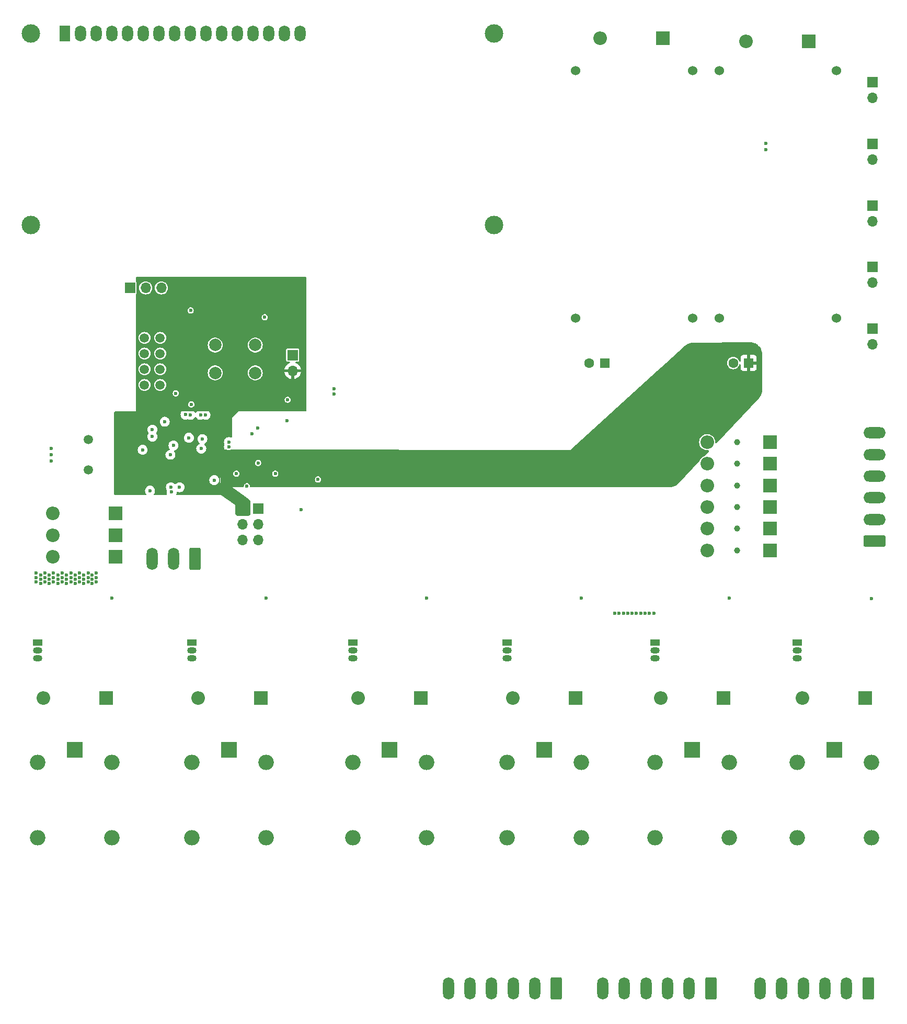
<source format=gbr>
%TF.GenerationSoftware,KiCad,Pcbnew,8.0.7*%
%TF.CreationDate,2025-02-23T09:23:23-08:00*%
%TF.ProjectId,M56Controller,4d353643-6f6e-4747-926f-6c6c65722e6b,rev?*%
%TF.SameCoordinates,Original*%
%TF.FileFunction,Copper,L3,Inr*%
%TF.FilePolarity,Positive*%
%FSLAX46Y46*%
G04 Gerber Fmt 4.6, Leading zero omitted, Abs format (unit mm)*
G04 Created by KiCad (PCBNEW 8.0.7) date 2025-02-23 09:23:23*
%MOMM*%
%LPD*%
G01*
G04 APERTURE LIST*
G04 Aperture macros list*
%AMRoundRect*
0 Rectangle with rounded corners*
0 $1 Rounding radius*
0 $2 $3 $4 $5 $6 $7 $8 $9 X,Y pos of 4 corners*
0 Add a 4 corners polygon primitive as box body*
4,1,4,$2,$3,$4,$5,$6,$7,$8,$9,$2,$3,0*
0 Add four circle primitives for the rounded corners*
1,1,$1+$1,$2,$3*
1,1,$1+$1,$4,$5*
1,1,$1+$1,$6,$7*
1,1,$1+$1,$8,$9*
0 Add four rect primitives between the rounded corners*
20,1,$1+$1,$2,$3,$4,$5,0*
20,1,$1+$1,$4,$5,$6,$7,0*
20,1,$1+$1,$6,$7,$8,$9,0*
20,1,$1+$1,$8,$9,$2,$3,0*%
G04 Aperture macros list end*
%TA.AperFunction,ComponentPad*%
%ADD10C,2.000000*%
%TD*%
%TA.AperFunction,ComponentPad*%
%ADD11R,1.500000X1.050000*%
%TD*%
%TA.AperFunction,ComponentPad*%
%ADD12O,1.500000X1.050000*%
%TD*%
%TA.AperFunction,ComponentPad*%
%ADD13R,2.200000X2.200000*%
%TD*%
%TA.AperFunction,ComponentPad*%
%ADD14O,2.200000X2.200000*%
%TD*%
%TA.AperFunction,ComponentPad*%
%ADD15R,1.700000X1.700000*%
%TD*%
%TA.AperFunction,ComponentPad*%
%ADD16O,1.700000X1.700000*%
%TD*%
%TA.AperFunction,ComponentPad*%
%ADD17C,1.524000*%
%TD*%
%TA.AperFunction,ComponentPad*%
%ADD18R,1.600000X1.600000*%
%TD*%
%TA.AperFunction,ComponentPad*%
%ADD19C,1.600000*%
%TD*%
%TA.AperFunction,ComponentPad*%
%ADD20C,3.000000*%
%TD*%
%TA.AperFunction,ComponentPad*%
%ADD21R,1.800000X2.600000*%
%TD*%
%TA.AperFunction,ComponentPad*%
%ADD22O,1.800000X2.600000*%
%TD*%
%TA.AperFunction,ComponentPad*%
%ADD23R,2.500000X2.500000*%
%TD*%
%TA.AperFunction,ComponentPad*%
%ADD24O,2.500000X2.500000*%
%TD*%
%TA.AperFunction,ComponentPad*%
%ADD25RoundRect,0.250000X0.650000X1.550000X-0.650000X1.550000X-0.650000X-1.550000X0.650000X-1.550000X0*%
%TD*%
%TA.AperFunction,ComponentPad*%
%ADD26O,1.800000X3.600000*%
%TD*%
%TA.AperFunction,ComponentPad*%
%ADD27RoundRect,0.250000X1.550000X-0.650000X1.550000X0.650000X-1.550000X0.650000X-1.550000X-0.650000X0*%
%TD*%
%TA.AperFunction,ComponentPad*%
%ADD28O,3.600000X1.800000*%
%TD*%
%TA.AperFunction,ComponentPad*%
%ADD29C,1.500000*%
%TD*%
%TA.AperFunction,ViaPad*%
%ADD30C,0.600000*%
%TD*%
%TA.AperFunction,ViaPad*%
%ADD31C,1.000000*%
%TD*%
G04 APERTURE END LIST*
D10*
%TO.N,/Controller/MCU_RESET*%
%TO.C,SW1*%
X52370000Y-73000000D03*
X58870000Y-73000000D03*
%TO.N,GND*%
X52370000Y-77500000D03*
X58870000Y-77500000D03*
%TD*%
D11*
%TO.N,GND*%
%TO.C,Q5*%
X99633250Y-121107500D03*
D12*
%TO.N,Net-(Q5-B)*%
X99633250Y-122377500D03*
%TO.N,Net-(D5-A)*%
X99633250Y-123647500D03*
%TD*%
D13*
%TO.N,/Controller/VoltageDividers/AVOUT4*%
%TO.C,D10*%
X142213250Y-95700000D03*
D14*
%TO.N,GND*%
X132053250Y-95700000D03*
%TD*%
D15*
%TO.N,+3.3V*%
%TO.C,J13*%
X158825000Y-70350000D03*
D16*
%TO.N,GND*%
X158825000Y-72890000D03*
%TD*%
D17*
%TO.N,/Power Supply/VIN*%
%TO.C,U5*%
X129700000Y-28600000D03*
%TO.N,Net-(D19-A)*%
X110700000Y-28600000D03*
%TO.N,+12V*%
X129700000Y-68600000D03*
%TO.N,GND*%
X110700000Y-68600000D03*
%TD*%
D13*
%TO.N,+12V*%
%TO.C,D5*%
X110713250Y-130110000D03*
D14*
%TO.N,Net-(D5-A)*%
X100553250Y-130110000D03*
%TD*%
D18*
%TO.N,+12V*%
%TO.C,C9*%
X115475000Y-75900000D03*
D19*
%TO.N,GND*%
X112975000Y-75900000D03*
%TD*%
D13*
%TO.N,+12V*%
%TO.C,D6*%
X34713250Y-130110000D03*
D14*
%TO.N,Net-(D6-A)*%
X24553250Y-130110000D03*
%TD*%
D11*
%TO.N,GND*%
%TO.C,Q3*%
X123633250Y-121107500D03*
D12*
%TO.N,Net-(Q3-B)*%
X123633250Y-122377500D03*
%TO.N,Net-(D3-A)*%
X123633250Y-123647500D03*
%TD*%
D20*
%TO.N,*%
%TO.C,DS1*%
X22520900Y-22600000D03*
X22520900Y-53600700D03*
X97519480Y-53600700D03*
X97520000Y-22600000D03*
D21*
%TO.N,unconnected-(DS1-VSS-Pad1)*%
X28020000Y-22600000D03*
D22*
%TO.N,unconnected-(DS1-VDD-Pad2)*%
X30560000Y-22600000D03*
%TO.N,unconnected-(DS1-VO-Pad3)*%
X33100000Y-22600000D03*
%TO.N,unconnected-(DS1-RS-Pad4)*%
X35640000Y-22600000D03*
%TO.N,unconnected-(DS1-R{slash}W-Pad5)*%
X38180000Y-22600000D03*
%TO.N,unconnected-(DS1-E-Pad6)*%
X40720000Y-22600000D03*
%TO.N,unconnected-(DS1-D0-Pad7)*%
X43260000Y-22600000D03*
%TO.N,unconnected-(DS1-D1-Pad8)*%
X45800000Y-22600000D03*
%TO.N,unconnected-(DS1-D2-Pad9)*%
X48340000Y-22600000D03*
%TO.N,unconnected-(DS1-D3-Pad10)*%
X50880000Y-22600000D03*
%TO.N,unconnected-(DS1-D4-Pad11)*%
X53420000Y-22600000D03*
%TO.N,unconnected-(DS1-D5-Pad12)*%
X55960000Y-22600000D03*
%TO.N,unconnected-(DS1-D6-Pad13)*%
X58500000Y-22600000D03*
%TO.N,unconnected-(DS1-D7-Pad14)*%
X61040000Y-22600000D03*
%TO.N,unconnected-(DS1-LED(+)-Pad15)*%
X63580000Y-22600000D03*
%TO.N,unconnected-(DS1-LED(-)-Pad16)*%
X66120000Y-22600000D03*
%TD*%
D13*
%TO.N,+12V*%
%TO.C,D3*%
X134713250Y-130110000D03*
D14*
%TO.N,Net-(D3-A)*%
X124553250Y-130110000D03*
%TD*%
D13*
%TO.N,/Power Supply/VIN*%
%TO.C,D20*%
X148500000Y-23850000D03*
D14*
%TO.N,Net-(D19-A)*%
X138340000Y-23850000D03*
%TD*%
D23*
%TO.N,/RelayDriver/RELAY6IN*%
%TO.C,K6*%
X29633250Y-138482500D03*
D24*
%TO.N,Net-(D6-A)*%
X23633250Y-140482500D03*
%TO.N,/RelayDriver/RELAY6OUT_NO*%
X23633250Y-152682500D03*
%TO.N,/RelayDriver/RELAY6OUT_NC*%
X35633250Y-152682500D03*
%TO.N,+12V*%
X35633250Y-140482500D03*
%TD*%
D15*
%TO.N,/Controller/MCU_MISO*%
%TO.C,J2*%
X59370000Y-99460000D03*
D16*
%TO.N,+5V*%
X56830000Y-99460000D03*
%TO.N,/Controller/MCU_SCK*%
X59370000Y-102000000D03*
%TO.N,/Controller/MCU_MOSI*%
X56830000Y-102000000D03*
%TO.N,/Controller/MCU_RESET*%
X59370000Y-104540000D03*
%TO.N,GND*%
X56830000Y-104540000D03*
%TD*%
D13*
%TO.N,/Controller/AUXIO1*%
%TO.C,D16*%
X36200000Y-107250000D03*
D14*
%TO.N,GND*%
X26040000Y-107250000D03*
%TD*%
D25*
%TO.N,/RelayDriver/RELAY5IN*%
%TO.C,J14*%
X107633250Y-177110000D03*
D26*
%TO.N,/RelayDriver/RELAY5OUT_NC*%
X104133250Y-177110000D03*
%TO.N,/RelayDriver/RELAY5OUT_NO*%
X100633250Y-177110000D03*
%TO.N,/RelayDriver/RELAY6IN*%
X97133250Y-177110000D03*
%TO.N,/RelayDriver/RELAY6OUT_NC*%
X93633250Y-177110000D03*
%TO.N,/RelayDriver/RELAY6OUT_NO*%
X90133250Y-177110000D03*
%TD*%
D25*
%TO.N,/RelayDriver/RELAY3IN*%
%TO.C,J8*%
X132633250Y-177110000D03*
D26*
%TO.N,/RelayDriver/RELAY3OUT_NC*%
X129133250Y-177110000D03*
%TO.N,/RelayDriver/RELAY3OUT_NO*%
X125633250Y-177110000D03*
%TO.N,/RelayDriver/RELAY4IN*%
X122133250Y-177110000D03*
%TO.N,/RelayDriver/RELAY4OUT_NC*%
X118633250Y-177110000D03*
%TO.N,/RelayDriver/RELAY4OUT_NO*%
X115133250Y-177110000D03*
%TD*%
D13*
%TO.N,/Controller/VoltageDividers/AVOUT1*%
%TO.C,D7*%
X142213250Y-106200000D03*
D14*
%TO.N,GND*%
X132053250Y-106200000D03*
%TD*%
D23*
%TO.N,/RelayDriver/RELAY1IN*%
%TO.C,K1*%
X152633250Y-138482500D03*
D24*
%TO.N,Net-(D1-A)*%
X146633250Y-140482500D03*
%TO.N,/RelayDriver/RELAY1OUT_NO*%
X146633250Y-152682500D03*
%TO.N,/RelayDriver/RELAY1OUT_NC*%
X158633250Y-152682500D03*
%TO.N,+12V*%
X158633250Y-140482500D03*
%TD*%
D15*
%TO.N,Net-(D19-A)*%
%TO.C,J10*%
X158825000Y-60375000D03*
D16*
%TO.N,/Power Supply/VIN*%
X158825000Y-62915000D03*
%TD*%
D13*
%TO.N,+12V*%
%TO.C,D1*%
X157633250Y-130110000D03*
D14*
%TO.N,Net-(D1-A)*%
X147473250Y-130110000D03*
%TD*%
D15*
%TO.N,+5V*%
%TO.C,J12*%
X158825000Y-50400000D03*
D16*
%TO.N,GND*%
X158825000Y-52940000D03*
%TD*%
D11*
%TO.N,GND*%
%TO.C,Q1*%
X146633250Y-121107500D03*
D12*
%TO.N,Net-(Q1-B)*%
X146633250Y-122377500D03*
%TO.N,Net-(D1-A)*%
X146633250Y-123647500D03*
%TD*%
D13*
%TO.N,/Power Supply/VIN*%
%TO.C,D19*%
X124910000Y-23350000D03*
D14*
%TO.N,Net-(D19-A)*%
X114750000Y-23350000D03*
%TD*%
D13*
%TO.N,/Controller/VoltageDividers/AVOUT3*%
%TO.C,D9*%
X142213250Y-99200000D03*
D14*
%TO.N,GND*%
X132053250Y-99200000D03*
%TD*%
D25*
%TO.N,/Controller/AUXIO3*%
%TO.C,J9*%
X49120000Y-107607500D03*
D26*
%TO.N,/Controller/AUXIO2*%
X45620000Y-107607500D03*
%TO.N,/Controller/AUXIO1*%
X42120000Y-107607500D03*
%TD*%
D27*
%TO.N,/Controller/VoltageDividers/AVIN1*%
%TO.C,J6*%
X159133250Y-104700000D03*
D28*
%TO.N,/Controller/VoltageDividers/AVIN2*%
X159133250Y-101200000D03*
%TO.N,/Controller/VoltageDividers/AVIN3*%
X159133250Y-97700000D03*
%TO.N,/Controller/VoltageDividers/AVIN4*%
X159133250Y-94200000D03*
%TO.N,/Controller/VoltageDividers/AVIN5*%
X159133250Y-90700000D03*
%TO.N,/Controller/VoltageDividers/AVIN6*%
X159133250Y-87200000D03*
%TD*%
D13*
%TO.N,/Controller/AUXIO2*%
%TO.C,D17*%
X36200000Y-103750000D03*
D14*
%TO.N,GND*%
X26040000Y-103750000D03*
%TD*%
D29*
%TO.N,Net-(U1-XTAL2{slash}PB7)*%
%TO.C,Y1*%
X31870000Y-93200000D03*
%TO.N,Net-(U1-XTAL1{slash}PB6)*%
X31870000Y-88320000D03*
%TD*%
D13*
%TO.N,/Controller/VoltageDividers/AVOUT2*%
%TO.C,D8*%
X142213250Y-102700000D03*
D14*
%TO.N,GND*%
X132053250Y-102700000D03*
%TD*%
D23*
%TO.N,/RelayDriver/RELAY3IN*%
%TO.C,K3*%
X105633250Y-138482500D03*
D24*
%TO.N,Net-(D5-A)*%
X99633250Y-140482500D03*
%TO.N,/RelayDriver/RELAY3OUT_NO*%
X99633250Y-152682500D03*
%TO.N,/RelayDriver/RELAY3OUT_NC*%
X111633250Y-152682500D03*
%TO.N,+12V*%
X111633250Y-140482500D03*
%TD*%
D23*
%TO.N,/RelayDriver/RELAY2IN*%
%TO.C,K2*%
X129633250Y-138482500D03*
D24*
%TO.N,Net-(D3-A)*%
X123633250Y-140482500D03*
%TO.N,/RelayDriver/RELAY2OUT_NO*%
X123633250Y-152682500D03*
%TO.N,/RelayDriver/RELAY2OUT_NC*%
X135633250Y-152682500D03*
%TO.N,+12V*%
X135633250Y-140482500D03*
%TD*%
D11*
%TO.N,GND*%
%TO.C,Q2*%
X74633250Y-121107500D03*
D12*
%TO.N,Net-(Q2-B)*%
X74633250Y-122377500D03*
%TO.N,Net-(D2-A)*%
X74633250Y-123647500D03*
%TD*%
D29*
%TO.N,/Controller/ESP_TX*%
%TO.C,U2*%
X40930000Y-79450000D03*
%TO.N,GND*%
X40930000Y-76910000D03*
%TO.N,unconnected-(U2-CH_PD-Pad3)*%
X40930000Y-74370000D03*
%TO.N,unconnected-(U2-GPIO2-Pad4)*%
X40930000Y-71830000D03*
%TO.N,/Controller/ESP_RST*%
X43470000Y-79450000D03*
%TO.N,unconnected-(U2-GPIO0-Pad6)*%
X43470000Y-76910000D03*
%TO.N,+3.3V*%
X43470000Y-74370000D03*
%TO.N,Net-(U2-URXD)*%
X43470000Y-71830000D03*
%TD*%
D15*
%TO.N,/Controller/MCU_SDA*%
%TO.C,J5*%
X158825000Y-30450000D03*
D16*
%TO.N,/Controller/MCU_SCL*%
X158825000Y-32990000D03*
%TD*%
D18*
%TO.N,+5V*%
%TO.C,C11*%
X138775000Y-75900000D03*
D19*
%TO.N,GND*%
X136275000Y-75900000D03*
%TD*%
D13*
%TO.N,+12V*%
%TO.C,D2*%
X85713250Y-130110000D03*
D14*
%TO.N,Net-(D2-A)*%
X75553250Y-130110000D03*
%TD*%
D11*
%TO.N,GND*%
%TO.C,Q6*%
X23633250Y-121107500D03*
D12*
%TO.N,Net-(Q6-B)*%
X23633250Y-122377500D03*
%TO.N,Net-(D6-A)*%
X23633250Y-123647500D03*
%TD*%
D15*
%TO.N,/Controller/MCU_SDA*%
%TO.C,J4*%
X158825000Y-40425000D03*
D16*
%TO.N,/Controller/MCU_SCL*%
X158825000Y-42965000D03*
%TD*%
D13*
%TO.N,/Controller/ANALOG7*%
%TO.C,D12*%
X142213250Y-88700000D03*
D14*
%TO.N,GND*%
X132053250Y-88700000D03*
%TD*%
D15*
%TO.N,+3.3V*%
%TO.C,J1*%
X38580000Y-63750000D03*
D16*
%TO.N,/Controller/ESP_RST*%
X41120000Y-63750000D03*
%TO.N,GND*%
X43660000Y-63750000D03*
%TD*%
D23*
%TO.N,/RelayDriver/RELAY4IN*%
%TO.C,K4*%
X80633250Y-138482500D03*
D24*
%TO.N,Net-(D2-A)*%
X74633250Y-140482500D03*
%TO.N,/RelayDriver/RELAY4OUT_NO*%
X74633250Y-152682500D03*
%TO.N,/RelayDriver/RELAY4OUT_NC*%
X86633250Y-152682500D03*
%TO.N,+12V*%
X86633250Y-140482500D03*
%TD*%
D25*
%TO.N,/RelayDriver/RELAY1IN*%
%TO.C,J7*%
X158133250Y-177110000D03*
D26*
%TO.N,/RelayDriver/RELAY1OUT_NC*%
X154633250Y-177110000D03*
%TO.N,/RelayDriver/RELAY1OUT_NO*%
X151133250Y-177110000D03*
%TO.N,/RelayDriver/RELAY2IN*%
X147633250Y-177110000D03*
%TO.N,/RelayDriver/RELAY2OUT_NC*%
X144133250Y-177110000D03*
%TO.N,/RelayDriver/RELAY2OUT_NO*%
X140633250Y-177110000D03*
%TD*%
D11*
%TO.N,GND*%
%TO.C,Q4*%
X48633250Y-121107500D03*
D12*
%TO.N,Net-(Q4-B)*%
X48633250Y-122377500D03*
%TO.N,Net-(D4-A)*%
X48633250Y-123647500D03*
%TD*%
D13*
%TO.N,/Controller/AUXIO3*%
%TO.C,D18*%
X36200000Y-100250000D03*
D14*
%TO.N,GND*%
X26040000Y-100250000D03*
%TD*%
D13*
%TO.N,+12V*%
%TO.C,D4*%
X59793250Y-130110000D03*
D14*
%TO.N,Net-(D4-A)*%
X49633250Y-130110000D03*
%TD*%
D23*
%TO.N,/RelayDriver/RELAY5IN*%
%TO.C,K5*%
X54633250Y-138482500D03*
D24*
%TO.N,Net-(D4-A)*%
X48633250Y-140482500D03*
%TO.N,/RelayDriver/RELAY5OUT_NO*%
X48633250Y-152682500D03*
%TO.N,/RelayDriver/RELAY5OUT_NC*%
X60633250Y-152682500D03*
%TO.N,+12V*%
X60633250Y-140482500D03*
%TD*%
D13*
%TO.N,/Controller/ANALOG6*%
%TO.C,D11*%
X142213250Y-92200000D03*
D14*
%TO.N,GND*%
X132053250Y-92200000D03*
%TD*%
D17*
%TO.N,/Power Supply/VIN*%
%TO.C,U4*%
X153000000Y-28600000D03*
%TO.N,Net-(D19-A)*%
X134000000Y-28600000D03*
%TO.N,+5V*%
X153000000Y-68600000D03*
%TO.N,GND*%
X134000000Y-68600000D03*
%TD*%
D15*
%TO.N,Net-(J3-Pin_1)*%
%TO.C,J3*%
X64920000Y-74610000D03*
D16*
%TO.N,+5V*%
X64920000Y-77150000D03*
%TD*%
D30*
%TO.N,GND*%
X31800000Y-110600000D03*
X60400000Y-68500000D03*
X26200000Y-111300000D03*
X24800000Y-110600000D03*
X30400000Y-111300000D03*
D31*
X136883250Y-102700000D03*
X136883250Y-92200000D03*
D30*
X31100000Y-111600000D03*
X32400000Y-111600000D03*
X46000000Y-80800000D03*
X31800000Y-111300000D03*
X64020000Y-85242500D03*
X25845000Y-91750000D03*
X41820000Y-96550000D03*
X28300000Y-110900000D03*
X57520000Y-95850000D03*
X26900000Y-111600000D03*
X24100000Y-111600000D03*
X29700000Y-110200000D03*
X24800000Y-111300000D03*
X29000000Y-109900000D03*
X50120000Y-89750000D03*
X29700000Y-110900000D03*
X30400000Y-109900000D03*
X23400000Y-109900000D03*
X26900000Y-110900000D03*
X45120000Y-90750000D03*
X33100000Y-109900000D03*
D31*
X136883250Y-88700000D03*
D30*
X24100000Y-110200000D03*
X40620000Y-89950000D03*
X64120000Y-81850000D03*
X30400000Y-110600000D03*
X66320000Y-99650000D03*
X25845000Y-89750000D03*
X26900000Y-110200000D03*
X23400000Y-110600000D03*
X29700000Y-111600000D03*
X29000000Y-111300000D03*
D31*
X136883250Y-95700000D03*
D30*
X28300000Y-111600000D03*
X69020000Y-94742500D03*
D31*
X136883250Y-106200000D03*
D30*
X25845000Y-90750000D03*
X45620000Y-89250000D03*
X31100000Y-110200000D03*
X32400000Y-110200000D03*
X71595000Y-80900000D03*
X25500000Y-110900000D03*
X29000000Y-110600000D03*
X27600000Y-109900000D03*
X26200000Y-110600000D03*
X24800000Y-109900000D03*
X32400000Y-110900000D03*
X33100000Y-110600000D03*
X27600000Y-110600000D03*
D31*
X136883250Y-99200000D03*
D30*
X33100000Y-111300000D03*
X28300000Y-110200000D03*
X23400000Y-111300000D03*
X25500000Y-111600000D03*
X25500000Y-110200000D03*
X71600000Y-80100000D03*
X48400000Y-67400000D03*
X27600000Y-111300000D03*
X58320000Y-87350000D03*
X26200000Y-109900000D03*
X24100000Y-110900000D03*
X31800000Y-109900000D03*
X31100000Y-110900000D03*
%TO.N,+5V*%
X66200000Y-68600000D03*
X61200000Y-91802500D03*
X37720000Y-89950000D03*
X45120000Y-91750000D03*
X54300000Y-84700000D03*
X46120000Y-90250000D03*
X48400000Y-70800000D03*
X50120000Y-91750000D03*
X52520000Y-96150000D03*
X36620000Y-96450000D03*
X61900000Y-91802500D03*
X58720000Y-81750000D03*
%TO.N,+3.3V*%
X59223750Y-86446250D03*
%TO.N,+12V*%
X117800000Y-116400000D03*
X121300000Y-116400000D03*
X120600000Y-116400000D03*
X122000000Y-116400000D03*
X119200000Y-116400000D03*
X123400000Y-116400000D03*
X117100000Y-116400000D03*
X122700000Y-116400000D03*
X118500000Y-116400000D03*
X119900000Y-116400000D03*
%TO.N,/Controller/VoltageDividers/AVOUT1*%
X54600000Y-89500000D03*
%TO.N,/Controller/VoltageDividers/AVOUT2*%
X54600000Y-88700000D03*
%TO.N,/Controller/VoltageDividers/AVOUT3*%
X50800000Y-84300000D03*
%TO.N,/Controller/VoltageDividers/AVOUT4*%
X50000000Y-84300000D03*
%TO.N,/Controller/ANALOG6*%
X59321323Y-92078677D03*
%TO.N,/Controller/ANALOG7*%
X50300000Y-88200000D03*
X55800000Y-93800000D03*
X62100000Y-93800000D03*
%TO.N,/Controller/MCU_RESET*%
X48120000Y-88000000D03*
X47570000Y-84250000D03*
%TO.N,/Controller/MCU_SCK*%
X52220000Y-94850000D03*
%TO.N,/Controller/MCU_SCL*%
X48370000Y-84300000D03*
X141600000Y-41400000D03*
%TO.N,/Controller/MCU_SDA*%
X141600000Y-40400000D03*
X48500000Y-82600000D03*
%TO.N,/Controller/RELAY1*%
X158633250Y-114000000D03*
X44200000Y-85400000D03*
%TO.N,/Controller/RELAY4*%
X86633250Y-113900000D03*
X45200000Y-96000000D03*
%TO.N,/Controller/RELAY2*%
X135600000Y-113900000D03*
X42200000Y-86700000D03*
%TO.N,/Controller/RELAY5*%
X45313137Y-96791962D03*
X60633250Y-113900000D03*
%TO.N,/Controller/RELAY3*%
X111633250Y-113900000D03*
X42200000Y-87800000D03*
%TO.N,/Controller/RELAY6*%
X46600000Y-96000000D03*
X35633250Y-113900000D03*
%TD*%
%TA.AperFunction,Conductor*%
%TO.N,+5V*%
G36*
X46844211Y-83900476D02*
G01*
X46784631Y-84070745D01*
X46784630Y-84070750D01*
X46764435Y-84249996D01*
X46764435Y-84250003D01*
X46784630Y-84429249D01*
X46784631Y-84429254D01*
X46844211Y-84599523D01*
X46938762Y-84749999D01*
X46940184Y-84752262D01*
X47067738Y-84879816D01*
X47220478Y-84975789D01*
X47363364Y-85025787D01*
X47390745Y-85035368D01*
X47390750Y-85035369D01*
X47569996Y-85055565D01*
X47570000Y-85055565D01*
X47570004Y-85055565D01*
X47749249Y-85035369D01*
X47749251Y-85035368D01*
X47749255Y-85035368D01*
X47749258Y-85035366D01*
X47749262Y-85035366D01*
X47876890Y-84990707D01*
X47946669Y-84987145D01*
X47983816Y-85002754D01*
X48020474Y-85025787D01*
X48020475Y-85025787D01*
X48020478Y-85025789D01*
X48190739Y-85085366D01*
X48190745Y-85085368D01*
X48190750Y-85085369D01*
X48369996Y-85105565D01*
X48370000Y-85105565D01*
X48370004Y-85105565D01*
X48549249Y-85085369D01*
X48549252Y-85085368D01*
X48549255Y-85085368D01*
X48719522Y-85025789D01*
X48872262Y-84929816D01*
X48999816Y-84802262D01*
X49080006Y-84674639D01*
X49132341Y-84628349D01*
X49201394Y-84617701D01*
X49265243Y-84646076D01*
X49289992Y-84674638D01*
X49370184Y-84802262D01*
X49497738Y-84929816D01*
X49560212Y-84969071D01*
X49650474Y-85025787D01*
X49650478Y-85025789D01*
X49735573Y-85055565D01*
X49820745Y-85085368D01*
X49820750Y-85085369D01*
X49999996Y-85105565D01*
X50000000Y-85105565D01*
X50000004Y-85105565D01*
X50179249Y-85085369D01*
X50179251Y-85085368D01*
X50179255Y-85085368D01*
X50179258Y-85085366D01*
X50179262Y-85085366D01*
X50356095Y-85023489D01*
X50356846Y-85025637D01*
X50415128Y-85016035D01*
X50443588Y-85024392D01*
X50443905Y-85023489D01*
X50620737Y-85085366D01*
X50620743Y-85085367D01*
X50620745Y-85085368D01*
X50620746Y-85085368D01*
X50620750Y-85085369D01*
X50799996Y-85105565D01*
X50800000Y-85105565D01*
X50800004Y-85105565D01*
X50979249Y-85085369D01*
X50979252Y-85085368D01*
X50979255Y-85085368D01*
X51149522Y-85025789D01*
X51302262Y-84929816D01*
X51429816Y-84802262D01*
X51525789Y-84649522D01*
X51585368Y-84479255D01*
X51591002Y-84429254D01*
X51605565Y-84300003D01*
X51605565Y-84299996D01*
X51585369Y-84120750D01*
X51585368Y-84120745D01*
X51525788Y-83950476D01*
X51429815Y-83797737D01*
X51382078Y-83750000D01*
X54620000Y-83750000D01*
X54620000Y-85250000D01*
X55120000Y-84750000D01*
X55120000Y-87859101D01*
X55100315Y-87926140D01*
X55047511Y-87971895D01*
X54978353Y-87981839D01*
X54955046Y-87976143D01*
X54779257Y-87914632D01*
X54779249Y-87914630D01*
X54600004Y-87894435D01*
X54599996Y-87894435D01*
X54420750Y-87914630D01*
X54420745Y-87914631D01*
X54250476Y-87974211D01*
X54097737Y-88070184D01*
X53970184Y-88197737D01*
X53874211Y-88350476D01*
X53814631Y-88520745D01*
X53814630Y-88520750D01*
X53794435Y-88699996D01*
X53794435Y-88700003D01*
X53814630Y-88879249D01*
X53814633Y-88879262D01*
X53876510Y-89056094D01*
X53874364Y-89056844D01*
X53883962Y-89115144D01*
X53875609Y-89143590D01*
X53876510Y-89143906D01*
X53814633Y-89320737D01*
X53814630Y-89320750D01*
X53794435Y-89499996D01*
X53794435Y-89500003D01*
X53814630Y-89679249D01*
X53814631Y-89679254D01*
X53874211Y-89849523D01*
X53906601Y-89901071D01*
X53300000Y-89900000D01*
X53200000Y-96000000D01*
X54335625Y-96000000D01*
X53320000Y-97250000D01*
X46175717Y-97250000D01*
X46108678Y-97230315D01*
X46062923Y-97177511D01*
X46052979Y-97108353D01*
X46058675Y-97085046D01*
X46098504Y-96971219D01*
X46098505Y-96971217D01*
X46113464Y-96838452D01*
X46140530Y-96774038D01*
X46198125Y-96734483D01*
X46267962Y-96732345D01*
X46277639Y-96735293D01*
X46420745Y-96785368D01*
X46420750Y-96785369D01*
X46599996Y-96805565D01*
X46600000Y-96805565D01*
X46600004Y-96805565D01*
X46779249Y-96785369D01*
X46779252Y-96785368D01*
X46779255Y-96785368D01*
X46949522Y-96725789D01*
X47102262Y-96629816D01*
X47229816Y-96502262D01*
X47325789Y-96349522D01*
X47385368Y-96179255D01*
X47405565Y-96000000D01*
X47385368Y-95820745D01*
X47325789Y-95650478D01*
X47316295Y-95635369D01*
X47229815Y-95497737D01*
X47102262Y-95370184D01*
X46949523Y-95274211D01*
X46779254Y-95214631D01*
X46779249Y-95214630D01*
X46600004Y-95194435D01*
X46599996Y-95194435D01*
X46420750Y-95214630D01*
X46420745Y-95214631D01*
X46250476Y-95274211D01*
X46097737Y-95370184D01*
X45987681Y-95480241D01*
X45926358Y-95513726D01*
X45856666Y-95508742D01*
X45812319Y-95480241D01*
X45702262Y-95370184D01*
X45549523Y-95274211D01*
X45379254Y-95214631D01*
X45379249Y-95214630D01*
X45200004Y-95194435D01*
X45199996Y-95194435D01*
X45020750Y-95214630D01*
X45020745Y-95214631D01*
X44850476Y-95274211D01*
X44697737Y-95370184D01*
X44570184Y-95497737D01*
X44474211Y-95650476D01*
X44414631Y-95820745D01*
X44414630Y-95820750D01*
X44394435Y-95999996D01*
X44394435Y-96000000D01*
X44414630Y-96179249D01*
X44414631Y-96179254D01*
X44474211Y-96349523D01*
X44535992Y-96447846D01*
X44554992Y-96515083D01*
X44548040Y-96554770D01*
X44527769Y-96612704D01*
X44527768Y-96612708D01*
X44507572Y-96791958D01*
X44507572Y-96791965D01*
X44527767Y-96971211D01*
X44527769Y-96971219D01*
X44567599Y-97085046D01*
X44571160Y-97154824D01*
X44536431Y-97215452D01*
X44474438Y-97247679D01*
X44450557Y-97250000D01*
X42549614Y-97250000D01*
X42482575Y-97230315D01*
X42436820Y-97177511D01*
X42426876Y-97108353D01*
X42448045Y-97059373D01*
X42446111Y-97058158D01*
X42449816Y-97052262D01*
X42545789Y-96899522D01*
X42605368Y-96729255D01*
X42625565Y-96550000D01*
X42620186Y-96502262D01*
X42605369Y-96370750D01*
X42605368Y-96370745D01*
X42545788Y-96200476D01*
X42449815Y-96047737D01*
X42322262Y-95920184D01*
X42169523Y-95824211D01*
X41999254Y-95764631D01*
X41999249Y-95764630D01*
X41820004Y-95744435D01*
X41819996Y-95744435D01*
X41640750Y-95764630D01*
X41640745Y-95764631D01*
X41470476Y-95824211D01*
X41317737Y-95920184D01*
X41190184Y-96047737D01*
X41094211Y-96200476D01*
X41034631Y-96370745D01*
X41034630Y-96370750D01*
X41014435Y-96549996D01*
X41014435Y-96550003D01*
X41034630Y-96729249D01*
X41034631Y-96729254D01*
X41094211Y-96899523D01*
X41193889Y-97058158D01*
X41191750Y-97059501D01*
X41213743Y-97113385D01*
X41200980Y-97182079D01*
X41153105Y-97232969D01*
X41090386Y-97250000D01*
X36144000Y-97250000D01*
X36076961Y-97230315D01*
X36031206Y-97177511D01*
X36020000Y-97126000D01*
X36020000Y-94849996D01*
X51414435Y-94849996D01*
X51414435Y-94850003D01*
X51434630Y-95029249D01*
X51434631Y-95029254D01*
X51494211Y-95199523D01*
X51503705Y-95214632D01*
X51590184Y-95352262D01*
X51717738Y-95479816D01*
X51870478Y-95575789D01*
X51966633Y-95609435D01*
X52040745Y-95635368D01*
X52040750Y-95635369D01*
X52219996Y-95655565D01*
X52220000Y-95655565D01*
X52220004Y-95655565D01*
X52399249Y-95635369D01*
X52399252Y-95635368D01*
X52399255Y-95635368D01*
X52569522Y-95575789D01*
X52722262Y-95479816D01*
X52849816Y-95352262D01*
X52945789Y-95199522D01*
X53005368Y-95029255D01*
X53025565Y-94850000D01*
X53005368Y-94670745D01*
X52945789Y-94500478D01*
X52849816Y-94347738D01*
X52722262Y-94220184D01*
X52569523Y-94124211D01*
X52399254Y-94064631D01*
X52399249Y-94064630D01*
X52220004Y-94044435D01*
X52219996Y-94044435D01*
X52040750Y-94064630D01*
X52040745Y-94064631D01*
X51870476Y-94124211D01*
X51717737Y-94220184D01*
X51590184Y-94347737D01*
X51494211Y-94500476D01*
X51434631Y-94670745D01*
X51434630Y-94670750D01*
X51414435Y-94849996D01*
X36020000Y-94849996D01*
X36020000Y-89949996D01*
X39814435Y-89949996D01*
X39814435Y-89950003D01*
X39834630Y-90129249D01*
X39834631Y-90129254D01*
X39894211Y-90299523D01*
X39957646Y-90400478D01*
X39990184Y-90452262D01*
X40117738Y-90579816D01*
X40270478Y-90675789D01*
X40440745Y-90735368D01*
X40440750Y-90735369D01*
X40619996Y-90755565D01*
X40620000Y-90755565D01*
X40620004Y-90755565D01*
X40669430Y-90749996D01*
X44314435Y-90749996D01*
X44314435Y-90750003D01*
X44334630Y-90929249D01*
X44334631Y-90929254D01*
X44394211Y-91099523D01*
X44490184Y-91252262D01*
X44617738Y-91379816D01*
X44770478Y-91475789D01*
X44940745Y-91535368D01*
X44940750Y-91535369D01*
X45119996Y-91555565D01*
X45120000Y-91555565D01*
X45120004Y-91555565D01*
X45299249Y-91535369D01*
X45299252Y-91535368D01*
X45299255Y-91535368D01*
X45469522Y-91475789D01*
X45622262Y-91379816D01*
X45749816Y-91252262D01*
X45845789Y-91099522D01*
X45905368Y-90929255D01*
X45925565Y-90750000D01*
X45923916Y-90735369D01*
X45905369Y-90570750D01*
X45905368Y-90570745D01*
X45845788Y-90400476D01*
X45773461Y-90285369D01*
X45749816Y-90247738D01*
X45744745Y-90242667D01*
X45711260Y-90181344D01*
X45716244Y-90111652D01*
X45758116Y-90055719D01*
X45793301Y-90039439D01*
X45792682Y-90037668D01*
X45799255Y-90035368D01*
X45969522Y-89975789D01*
X46122262Y-89879816D01*
X46249816Y-89752262D01*
X46251240Y-89749996D01*
X49314435Y-89749996D01*
X49314435Y-89750003D01*
X49334630Y-89929249D01*
X49334631Y-89929254D01*
X49394211Y-90099523D01*
X49445623Y-90181344D01*
X49490184Y-90252262D01*
X49617738Y-90379816D01*
X49770478Y-90475789D01*
X49940745Y-90535368D01*
X49940750Y-90535369D01*
X50119996Y-90555565D01*
X50120000Y-90555565D01*
X50120004Y-90555565D01*
X50299249Y-90535369D01*
X50299252Y-90535368D01*
X50299255Y-90535368D01*
X50469522Y-90475789D01*
X50622262Y-90379816D01*
X50749816Y-90252262D01*
X50845789Y-90099522D01*
X50905368Y-89929255D01*
X50905369Y-89929249D01*
X50925565Y-89750003D01*
X50925565Y-89749996D01*
X50905369Y-89570750D01*
X50905368Y-89570745D01*
X50862326Y-89447738D01*
X50845789Y-89400478D01*
X50749816Y-89247738D01*
X50623347Y-89121269D01*
X50589862Y-89059946D01*
X50594846Y-88990254D01*
X50636718Y-88934321D01*
X50645056Y-88928594D01*
X50649517Y-88925790D01*
X50649522Y-88925789D01*
X50802262Y-88829816D01*
X50929816Y-88702262D01*
X51025789Y-88549522D01*
X51085368Y-88379255D01*
X51085369Y-88379249D01*
X51105565Y-88200003D01*
X51105565Y-88199996D01*
X51085369Y-88020750D01*
X51085368Y-88020745D01*
X51025788Y-87850476D01*
X50929815Y-87697737D01*
X50802262Y-87570184D01*
X50649523Y-87474211D01*
X50479254Y-87414631D01*
X50479249Y-87414630D01*
X50300004Y-87394435D01*
X50299996Y-87394435D01*
X50120750Y-87414630D01*
X50120745Y-87414631D01*
X49950476Y-87474211D01*
X49797737Y-87570184D01*
X49670184Y-87697737D01*
X49574211Y-87850476D01*
X49514631Y-88020745D01*
X49514630Y-88020750D01*
X49494435Y-88199996D01*
X49494435Y-88200003D01*
X49514630Y-88379249D01*
X49514631Y-88379254D01*
X49574211Y-88549523D01*
X49670184Y-88702262D01*
X49796652Y-88828730D01*
X49830137Y-88890053D01*
X49825153Y-88959745D01*
X49783281Y-89015678D01*
X49774943Y-89021405D01*
X49617737Y-89120184D01*
X49490184Y-89247737D01*
X49394211Y-89400476D01*
X49334631Y-89570745D01*
X49334630Y-89570750D01*
X49314435Y-89749996D01*
X46251240Y-89749996D01*
X46345789Y-89599522D01*
X46405368Y-89429255D01*
X46405369Y-89429249D01*
X46425565Y-89250003D01*
X46425565Y-89249996D01*
X46405369Y-89070750D01*
X46405368Y-89070745D01*
X46355627Y-88928594D01*
X46345789Y-88900478D01*
X46249816Y-88747738D01*
X46122262Y-88620184D01*
X46098996Y-88605565D01*
X45969523Y-88524211D01*
X45799254Y-88464631D01*
X45799249Y-88464630D01*
X45620004Y-88444435D01*
X45619996Y-88444435D01*
X45440750Y-88464630D01*
X45440745Y-88464631D01*
X45270476Y-88524211D01*
X45117737Y-88620184D01*
X44990184Y-88747737D01*
X44894211Y-88900476D01*
X44834631Y-89070745D01*
X44834630Y-89070750D01*
X44814435Y-89249996D01*
X44814435Y-89250003D01*
X44834630Y-89429249D01*
X44834631Y-89429254D01*
X44894211Y-89599523D01*
X44990184Y-89752262D01*
X44995254Y-89757332D01*
X45028739Y-89818655D01*
X45023755Y-89888347D01*
X44981883Y-89944280D01*
X44946703Y-89960577D01*
X44947318Y-89962332D01*
X44770476Y-90024211D01*
X44617737Y-90120184D01*
X44490184Y-90247737D01*
X44394211Y-90400476D01*
X44334631Y-90570745D01*
X44334630Y-90570750D01*
X44314435Y-90749996D01*
X40669430Y-90749996D01*
X40799249Y-90735369D01*
X40799252Y-90735368D01*
X40799255Y-90735368D01*
X40969522Y-90675789D01*
X41122262Y-90579816D01*
X41249816Y-90452262D01*
X41345789Y-90299522D01*
X41405368Y-90129255D01*
X41406390Y-90120184D01*
X41425565Y-89950003D01*
X41425565Y-89949996D01*
X41405369Y-89770750D01*
X41405368Y-89770745D01*
X41400675Y-89757332D01*
X41345789Y-89600478D01*
X41345188Y-89599522D01*
X41249815Y-89447737D01*
X41122262Y-89320184D01*
X40969523Y-89224211D01*
X40799254Y-89164631D01*
X40799249Y-89164630D01*
X40620004Y-89144435D01*
X40619996Y-89144435D01*
X40440750Y-89164630D01*
X40440745Y-89164631D01*
X40270476Y-89224211D01*
X40117737Y-89320184D01*
X39990184Y-89447737D01*
X39894211Y-89600476D01*
X39834631Y-89770745D01*
X39834630Y-89770750D01*
X39814435Y-89949996D01*
X36020000Y-89949996D01*
X36020000Y-86699996D01*
X41394435Y-86699996D01*
X41394435Y-86700003D01*
X41414630Y-86879249D01*
X41414631Y-86879254D01*
X41474211Y-87049523D01*
X41558727Y-87184028D01*
X41577727Y-87251264D01*
X41558727Y-87315972D01*
X41474211Y-87450476D01*
X41414631Y-87620745D01*
X41414630Y-87620750D01*
X41394435Y-87799996D01*
X41394435Y-87800003D01*
X41414630Y-87979249D01*
X41414631Y-87979254D01*
X41474211Y-88149523D01*
X41504507Y-88197738D01*
X41570184Y-88302262D01*
X41697738Y-88429816D01*
X41788080Y-88486582D01*
X41847966Y-88524211D01*
X41850478Y-88525789D01*
X41918306Y-88549523D01*
X42020745Y-88585368D01*
X42020750Y-88585369D01*
X42199996Y-88605565D01*
X42200000Y-88605565D01*
X42200004Y-88605565D01*
X42379249Y-88585369D01*
X42379252Y-88585368D01*
X42379255Y-88585368D01*
X42549522Y-88525789D01*
X42702262Y-88429816D01*
X42829816Y-88302262D01*
X42925789Y-88149522D01*
X42978110Y-87999996D01*
X47314435Y-87999996D01*
X47314435Y-88000003D01*
X47334630Y-88179249D01*
X47334631Y-88179254D01*
X47394211Y-88349523D01*
X47444662Y-88429815D01*
X47490184Y-88502262D01*
X47617738Y-88629816D01*
X47770478Y-88725789D01*
X47833202Y-88747737D01*
X47940745Y-88785368D01*
X47940750Y-88785369D01*
X48119996Y-88805565D01*
X48120000Y-88805565D01*
X48120004Y-88805565D01*
X48299249Y-88785369D01*
X48299252Y-88785368D01*
X48299255Y-88785368D01*
X48469522Y-88725789D01*
X48622262Y-88629816D01*
X48749816Y-88502262D01*
X48845789Y-88349522D01*
X48905368Y-88179255D01*
X48908718Y-88149522D01*
X48925565Y-88000003D01*
X48925565Y-87999996D01*
X48905369Y-87820750D01*
X48905368Y-87820745D01*
X48862326Y-87697738D01*
X48845789Y-87650478D01*
X48827106Y-87620745D01*
X48749815Y-87497737D01*
X48622262Y-87370184D01*
X48469523Y-87274211D01*
X48299254Y-87214631D01*
X48299249Y-87214630D01*
X48120004Y-87194435D01*
X48119996Y-87194435D01*
X47940750Y-87214630D01*
X47940745Y-87214631D01*
X47770476Y-87274211D01*
X47617737Y-87370184D01*
X47490184Y-87497737D01*
X47394211Y-87650476D01*
X47334631Y-87820745D01*
X47334630Y-87820750D01*
X47314435Y-87999996D01*
X42978110Y-87999996D01*
X42985368Y-87979255D01*
X42985719Y-87976143D01*
X43005565Y-87800003D01*
X43005565Y-87799996D01*
X42985369Y-87620750D01*
X42985368Y-87620745D01*
X42925788Y-87450475D01*
X42875337Y-87370184D01*
X42841272Y-87315970D01*
X42822272Y-87248736D01*
X42841273Y-87184028D01*
X42925789Y-87049522D01*
X42985368Y-86879255D01*
X43005565Y-86700000D01*
X42985368Y-86520745D01*
X42925789Y-86350478D01*
X42829816Y-86197738D01*
X42702262Y-86070184D01*
X42638017Y-86029816D01*
X42549523Y-85974211D01*
X42379254Y-85914631D01*
X42379249Y-85914630D01*
X42200004Y-85894435D01*
X42199996Y-85894435D01*
X42020750Y-85914630D01*
X42020745Y-85914631D01*
X41850476Y-85974211D01*
X41697737Y-86070184D01*
X41570184Y-86197737D01*
X41474211Y-86350476D01*
X41414631Y-86520745D01*
X41414630Y-86520750D01*
X41394435Y-86699996D01*
X36020000Y-86699996D01*
X36020000Y-85399996D01*
X43394435Y-85399996D01*
X43394435Y-85400003D01*
X43414630Y-85579249D01*
X43414631Y-85579254D01*
X43474211Y-85749523D01*
X43565266Y-85894435D01*
X43570184Y-85902262D01*
X43697738Y-86029816D01*
X43850478Y-86125789D01*
X44020745Y-86185368D01*
X44020750Y-86185369D01*
X44199996Y-86205565D01*
X44200000Y-86205565D01*
X44200004Y-86205565D01*
X44379249Y-86185369D01*
X44379252Y-86185368D01*
X44379255Y-86185368D01*
X44549522Y-86125789D01*
X44702262Y-86029816D01*
X44829816Y-85902262D01*
X44925789Y-85749522D01*
X44985368Y-85579255D01*
X45005565Y-85400000D01*
X44985368Y-85220745D01*
X44925789Y-85050478D01*
X44916295Y-85035369D01*
X44878858Y-84975788D01*
X44829816Y-84897738D01*
X44702262Y-84770184D01*
X44549523Y-84674211D01*
X44379254Y-84614631D01*
X44379249Y-84614630D01*
X44200004Y-84594435D01*
X44199996Y-84594435D01*
X44020750Y-84614630D01*
X44020745Y-84614631D01*
X43850476Y-84674211D01*
X43697737Y-84770184D01*
X43570184Y-84897737D01*
X43474211Y-85050476D01*
X43414631Y-85220745D01*
X43414630Y-85220750D01*
X43394435Y-85399996D01*
X36020000Y-85399996D01*
X36020000Y-83874000D01*
X36039685Y-83806961D01*
X36092489Y-83761206D01*
X36144000Y-83750000D01*
X39520000Y-83750000D01*
X46938762Y-83750000D01*
X46844211Y-83900476D01*
G37*
%TD.AperFunction*%
%TA.AperFunction,Conductor*%
G36*
X55120000Y-96007142D02*
G01*
X55110000Y-96000000D01*
X55120000Y-96000000D01*
X55120000Y-96007142D01*
G37*
%TD.AperFunction*%
%TA.AperFunction,Conductor*%
G36*
X49370184Y-83797737D02*
G01*
X49289994Y-83925359D01*
X49237659Y-83971650D01*
X49168605Y-83982298D01*
X49104757Y-83953923D01*
X49080006Y-83925359D01*
X48999815Y-83797737D01*
X48952078Y-83750000D01*
X49417922Y-83750000D01*
X49370184Y-83797737D01*
G37*
%TD.AperFunction*%
%TD*%
%TA.AperFunction,Conductor*%
%TO.N,+5V*%
G36*
X55120000Y-84749999D02*
G01*
X55120000Y-84750000D01*
X54620000Y-85250000D01*
X54620000Y-83750000D01*
X56119999Y-83750000D01*
X55120000Y-84749999D01*
G37*
%TD.AperFunction*%
%TD*%
%TA.AperFunction,Conductor*%
%TO.N,+5V*%
G36*
X138987772Y-72517087D02*
G01*
X139260738Y-72534429D01*
X139278339Y-72536824D01*
X139541653Y-72592122D01*
X139558743Y-72597015D01*
X139811410Y-72689406D01*
X139827634Y-72696696D01*
X140064497Y-72824292D01*
X140079509Y-72833828D01*
X140295671Y-72993989D01*
X140309166Y-73005575D01*
X140500198Y-73195022D01*
X140511893Y-73208417D01*
X140673857Y-73423245D01*
X140683518Y-73438178D01*
X140813077Y-73673959D01*
X140820499Y-73690112D01*
X140914998Y-73942015D01*
X140920034Y-73959072D01*
X140977521Y-74221893D01*
X140980066Y-74239496D01*
X140999681Y-74512299D01*
X141000000Y-74521192D01*
X141000000Y-80198781D01*
X140999644Y-80208171D01*
X140977774Y-80496133D01*
X140974938Y-80514699D01*
X140910891Y-80791471D01*
X140905283Y-80809394D01*
X140800179Y-81073306D01*
X140791929Y-81090178D01*
X140648169Y-81335195D01*
X140637466Y-81350627D01*
X140455378Y-81574786D01*
X140449181Y-81581850D01*
X133567465Y-88851267D01*
X133507082Y-88886419D01*
X133437280Y-88883345D01*
X133380220Y-88843021D01*
X133354020Y-88778250D01*
X133353887Y-88755218D01*
X133358718Y-88700000D01*
X133338885Y-88473308D01*
X133279989Y-88253504D01*
X133183818Y-88047266D01*
X133053297Y-87860861D01*
X133053295Y-87860858D01*
X132892391Y-87699954D01*
X132705984Y-87569432D01*
X132705982Y-87569431D01*
X132499747Y-87473261D01*
X132499738Y-87473258D01*
X132279947Y-87414366D01*
X132279943Y-87414365D01*
X132279942Y-87414365D01*
X132279941Y-87414364D01*
X132279936Y-87414364D01*
X132053252Y-87394532D01*
X132053248Y-87394532D01*
X131826563Y-87414364D01*
X131826552Y-87414366D01*
X131606761Y-87473258D01*
X131606752Y-87473261D01*
X131400517Y-87569431D01*
X131400515Y-87569432D01*
X131214108Y-87699954D01*
X131053204Y-87860858D01*
X130922682Y-88047265D01*
X130922681Y-88047267D01*
X130826511Y-88253502D01*
X130826508Y-88253511D01*
X130767616Y-88473302D01*
X130767614Y-88473313D01*
X130747782Y-88699998D01*
X130747782Y-88700001D01*
X130767614Y-88926686D01*
X130767616Y-88926697D01*
X130826508Y-89146488D01*
X130826511Y-89146497D01*
X130922681Y-89352732D01*
X130922682Y-89352734D01*
X131053204Y-89539141D01*
X131214108Y-89700045D01*
X131214111Y-89700047D01*
X131400516Y-89830568D01*
X131606754Y-89926739D01*
X131826558Y-89985635D01*
X131988480Y-89999801D01*
X132053248Y-90005468D01*
X132053250Y-90005468D01*
X132187441Y-89993727D01*
X132255938Y-90007493D01*
X132306121Y-90056108D01*
X132322055Y-90124137D01*
X132298680Y-90189980D01*
X132288296Y-90202502D01*
X131536863Y-90996269D01*
X131499220Y-91023403D01*
X131400517Y-91069430D01*
X131400514Y-91069432D01*
X131214108Y-91199954D01*
X131053204Y-91360858D01*
X130922681Y-91547266D01*
X130841317Y-91721750D01*
X130818985Y-91754591D01*
X127394599Y-95371902D01*
X127388622Y-95377801D01*
X127198897Y-95552803D01*
X127185818Y-95563322D01*
X126977657Y-95708684D01*
X126963276Y-95717341D01*
X126737380Y-95833263D01*
X126721963Y-95839898D01*
X126482484Y-95924250D01*
X126466312Y-95928742D01*
X126217641Y-95979979D01*
X126201010Y-95982246D01*
X125943484Y-95999716D01*
X125935091Y-96000000D01*
X58147184Y-96000000D01*
X58080145Y-95980315D01*
X58034390Y-95927511D01*
X58024446Y-95858353D01*
X58025647Y-95850000D01*
X58005165Y-95707543D01*
X57945377Y-95576627D01*
X57851128Y-95467857D01*
X57730053Y-95390047D01*
X57730051Y-95390046D01*
X57730049Y-95390045D01*
X57730050Y-95390045D01*
X57591963Y-95349500D01*
X57591961Y-95349500D01*
X57448039Y-95349500D01*
X57448036Y-95349500D01*
X57309949Y-95390045D01*
X57188873Y-95467856D01*
X57094623Y-95576626D01*
X57094622Y-95576628D01*
X57034834Y-95707543D01*
X57014353Y-95850000D01*
X57015554Y-95858353D01*
X57005610Y-95927512D01*
X56959855Y-95980316D01*
X56892816Y-96000000D01*
X53200000Y-96000000D01*
X53220615Y-94742500D01*
X68514353Y-94742500D01*
X68534834Y-94884956D01*
X68594622Y-95015871D01*
X68594623Y-95015873D01*
X68688872Y-95124643D01*
X68809947Y-95202453D01*
X68809950Y-95202454D01*
X68809949Y-95202454D01*
X68948036Y-95242999D01*
X68948038Y-95243000D01*
X68948039Y-95243000D01*
X69091962Y-95243000D01*
X69091962Y-95242999D01*
X69230053Y-95202453D01*
X69351128Y-95124643D01*
X69445377Y-95015873D01*
X69505165Y-94884957D01*
X69525647Y-94742500D01*
X69505165Y-94600043D01*
X69445377Y-94469127D01*
X69351128Y-94360357D01*
X69230053Y-94282547D01*
X69230051Y-94282546D01*
X69230049Y-94282545D01*
X69230050Y-94282545D01*
X69091963Y-94242000D01*
X69091961Y-94242000D01*
X68948039Y-94242000D01*
X68948036Y-94242000D01*
X68809949Y-94282545D01*
X68688873Y-94360356D01*
X68594623Y-94469126D01*
X68594622Y-94469128D01*
X68534834Y-94600043D01*
X68514353Y-94742500D01*
X53220615Y-94742500D01*
X53236066Y-93800000D01*
X55294353Y-93800000D01*
X55314834Y-93942456D01*
X55374622Y-94073371D01*
X55374623Y-94073373D01*
X55468872Y-94182143D01*
X55589947Y-94259953D01*
X55589950Y-94259954D01*
X55589949Y-94259954D01*
X55728036Y-94300499D01*
X55728038Y-94300500D01*
X55728039Y-94300500D01*
X55871962Y-94300500D01*
X55871962Y-94300499D01*
X56010053Y-94259953D01*
X56131128Y-94182143D01*
X56225377Y-94073373D01*
X56285165Y-93942457D01*
X56305647Y-93800000D01*
X61594353Y-93800000D01*
X61614834Y-93942456D01*
X61674622Y-94073371D01*
X61674623Y-94073373D01*
X61768872Y-94182143D01*
X61889947Y-94259953D01*
X61889950Y-94259954D01*
X61889949Y-94259954D01*
X62028036Y-94300499D01*
X62028038Y-94300500D01*
X62028039Y-94300500D01*
X62171962Y-94300500D01*
X62171962Y-94300499D01*
X62310053Y-94259953D01*
X62431128Y-94182143D01*
X62525377Y-94073373D01*
X62585165Y-93942457D01*
X62605647Y-93800000D01*
X62585165Y-93657543D01*
X62525377Y-93526627D01*
X62431128Y-93417857D01*
X62310053Y-93340047D01*
X62310051Y-93340046D01*
X62310049Y-93340045D01*
X62310050Y-93340045D01*
X62171963Y-93299500D01*
X62171961Y-93299500D01*
X62028039Y-93299500D01*
X62028036Y-93299500D01*
X61889949Y-93340045D01*
X61768873Y-93417856D01*
X61674623Y-93526626D01*
X61674622Y-93526628D01*
X61614834Y-93657543D01*
X61594353Y-93800000D01*
X56305647Y-93800000D01*
X56285165Y-93657543D01*
X56225377Y-93526627D01*
X56131128Y-93417857D01*
X56010053Y-93340047D01*
X56010051Y-93340046D01*
X56010049Y-93340045D01*
X56010050Y-93340045D01*
X55871963Y-93299500D01*
X55871961Y-93299500D01*
X55728039Y-93299500D01*
X55728036Y-93299500D01*
X55589949Y-93340045D01*
X55468873Y-93417856D01*
X55374623Y-93526626D01*
X55374622Y-93526628D01*
X55314834Y-93657543D01*
X55294353Y-93800000D01*
X53236066Y-93800000D01*
X53264284Y-92078677D01*
X58815676Y-92078677D01*
X58836157Y-92221133D01*
X58895945Y-92352048D01*
X58895946Y-92352050D01*
X58990195Y-92460820D01*
X59111270Y-92538630D01*
X59111273Y-92538631D01*
X59111272Y-92538631D01*
X59249359Y-92579176D01*
X59249361Y-92579177D01*
X59249362Y-92579177D01*
X59393285Y-92579177D01*
X59393285Y-92579176D01*
X59531376Y-92538630D01*
X59652451Y-92460820D01*
X59746700Y-92352050D01*
X59806488Y-92221134D01*
X59826970Y-92078677D01*
X59806488Y-91936220D01*
X59746700Y-91805304D01*
X59652451Y-91696534D01*
X59531376Y-91618724D01*
X59531374Y-91618723D01*
X59531372Y-91618722D01*
X59531373Y-91618722D01*
X59393286Y-91578177D01*
X59393284Y-91578177D01*
X59249362Y-91578177D01*
X59249359Y-91578177D01*
X59111272Y-91618722D01*
X58990196Y-91696533D01*
X58895946Y-91805303D01*
X58895945Y-91805305D01*
X58836157Y-91936220D01*
X58815676Y-92078677D01*
X53264284Y-92078677D01*
X53300000Y-89900000D01*
X54299404Y-89901764D01*
X54389947Y-89959953D01*
X54389950Y-89959954D01*
X54389949Y-89959954D01*
X54477406Y-89985633D01*
X54526336Y-90000000D01*
X54528036Y-90000499D01*
X54528038Y-90000500D01*
X54528039Y-90000500D01*
X54671962Y-90000500D01*
X54671962Y-90000499D01*
X54810053Y-89959953D01*
X54898947Y-89902824D01*
X109900000Y-90000000D01*
X123950575Y-77199999D01*
X125377586Y-75900000D01*
X135269659Y-75900000D01*
X135288975Y-76096129D01*
X135299933Y-76132253D01*
X135326575Y-76220080D01*
X135346188Y-76284733D01*
X135439086Y-76458532D01*
X135439090Y-76458539D01*
X135564116Y-76610883D01*
X135716460Y-76735909D01*
X135716467Y-76735913D01*
X135890266Y-76828811D01*
X135890269Y-76828811D01*
X135890273Y-76828814D01*
X136078868Y-76886024D01*
X136275000Y-76905341D01*
X136471132Y-76886024D01*
X136659727Y-76828814D01*
X136833538Y-76735910D01*
X136985883Y-76610883D01*
X137110910Y-76458538D01*
X137174066Y-76340382D01*
X137203811Y-76284733D01*
X137203811Y-76284732D01*
X137203814Y-76284727D01*
X137232340Y-76190689D01*
X137270637Y-76132253D01*
X137334449Y-76103796D01*
X137403516Y-76114357D01*
X137455910Y-76160581D01*
X137475000Y-76226687D01*
X137475000Y-76747844D01*
X137481401Y-76807372D01*
X137481403Y-76807379D01*
X137531645Y-76942086D01*
X137531649Y-76942093D01*
X137617809Y-77057187D01*
X137617812Y-77057190D01*
X137732906Y-77143350D01*
X137732913Y-77143354D01*
X137867620Y-77193596D01*
X137867627Y-77193598D01*
X137927155Y-77199999D01*
X137927172Y-77200000D01*
X138525000Y-77200000D01*
X138525000Y-76215686D01*
X138529394Y-76220080D01*
X138620606Y-76272741D01*
X138722339Y-76300000D01*
X138827661Y-76300000D01*
X138929394Y-76272741D01*
X139020606Y-76220080D01*
X139025000Y-76215686D01*
X139025000Y-77200000D01*
X139622828Y-77200000D01*
X139622844Y-77199999D01*
X139682372Y-77193598D01*
X139682379Y-77193596D01*
X139817086Y-77143354D01*
X139817093Y-77143350D01*
X139932187Y-77057190D01*
X139932190Y-77057187D01*
X140018350Y-76942093D01*
X140018354Y-76942086D01*
X140068596Y-76807379D01*
X140068598Y-76807372D01*
X140074999Y-76747844D01*
X140075000Y-76747827D01*
X140075000Y-76150000D01*
X139090686Y-76150000D01*
X139095080Y-76145606D01*
X139147741Y-76054394D01*
X139175000Y-75952661D01*
X139175000Y-75847339D01*
X139147741Y-75745606D01*
X139095080Y-75654394D01*
X139090686Y-75650000D01*
X140075000Y-75650000D01*
X140075000Y-75052172D01*
X140074999Y-75052155D01*
X140068598Y-74992627D01*
X140068596Y-74992620D01*
X140018354Y-74857913D01*
X140018350Y-74857906D01*
X139932190Y-74742812D01*
X139932187Y-74742809D01*
X139817093Y-74656649D01*
X139817086Y-74656645D01*
X139682379Y-74606403D01*
X139682372Y-74606401D01*
X139622844Y-74600000D01*
X139025000Y-74600000D01*
X139025000Y-75584314D01*
X139020606Y-75579920D01*
X138929394Y-75527259D01*
X138827661Y-75500000D01*
X138722339Y-75500000D01*
X138620606Y-75527259D01*
X138529394Y-75579920D01*
X138525000Y-75584314D01*
X138525000Y-74600000D01*
X137927155Y-74600000D01*
X137867627Y-74606401D01*
X137867620Y-74606403D01*
X137732913Y-74656645D01*
X137732906Y-74656649D01*
X137617812Y-74742809D01*
X137617809Y-74742812D01*
X137531649Y-74857906D01*
X137531645Y-74857913D01*
X137481403Y-74992620D01*
X137481401Y-74992627D01*
X137475000Y-75052155D01*
X137475000Y-75573312D01*
X137455315Y-75640351D01*
X137402511Y-75686106D01*
X137333353Y-75696050D01*
X137269797Y-75667025D01*
X137232340Y-75609308D01*
X137203813Y-75515271D01*
X137110913Y-75341467D01*
X137110909Y-75341460D01*
X136985883Y-75189116D01*
X136833539Y-75064090D01*
X136833532Y-75064086D01*
X136659733Y-74971188D01*
X136659727Y-74971186D01*
X136471132Y-74913976D01*
X136471129Y-74913975D01*
X136275000Y-74894659D01*
X136078870Y-74913975D01*
X135890266Y-74971188D01*
X135716467Y-75064086D01*
X135716460Y-75064090D01*
X135564116Y-75189116D01*
X135439090Y-75341460D01*
X135439086Y-75341467D01*
X135346188Y-75515266D01*
X135288975Y-75703870D01*
X135269659Y-75900000D01*
X125377586Y-75900000D01*
X128431250Y-73118128D01*
X128438163Y-73112278D01*
X128588763Y-72993989D01*
X128657061Y-72940344D01*
X128672061Y-72930241D01*
X128909722Y-72794260D01*
X128926033Y-72786448D01*
X129180978Y-72686508D01*
X129198234Y-72681161D01*
X129464998Y-72619406D01*
X129482865Y-72616624D01*
X129760308Y-72593994D01*
X129769343Y-72593589D01*
X138978882Y-72516843D01*
X138987772Y-72517087D01*
G37*
%TD.AperFunction*%
%TD*%
%TA.AperFunction,Conductor*%
%TO.N,+5V*%
G36*
X56860000Y-97250000D02*
G01*
X57902613Y-97994723D01*
X57917625Y-98007354D01*
X58008820Y-98097331D01*
X58031987Y-98128860D01*
X58086046Y-98233907D01*
X58098236Y-98271084D01*
X58118447Y-98397588D01*
X58120000Y-98417151D01*
X58120000Y-100141874D01*
X58118939Y-100158060D01*
X58105093Y-100263224D01*
X58096715Y-100294491D01*
X58059259Y-100384918D01*
X58043074Y-100412951D01*
X57983491Y-100490601D01*
X57960601Y-100513491D01*
X57882951Y-100573074D01*
X57854918Y-100589259D01*
X57764491Y-100626715D01*
X57733224Y-100635093D01*
X57639398Y-100647446D01*
X57628058Y-100648939D01*
X57611874Y-100650000D01*
X56128126Y-100650000D01*
X56111941Y-100648939D01*
X56098917Y-100647224D01*
X56006775Y-100635093D01*
X55975508Y-100626715D01*
X55885081Y-100589259D01*
X55857048Y-100573074D01*
X55779398Y-100513491D01*
X55756508Y-100490601D01*
X55696925Y-100412951D01*
X55680740Y-100384918D01*
X55643284Y-100294491D01*
X55634906Y-100263223D01*
X55621061Y-100158059D01*
X55620000Y-100141874D01*
X55620000Y-99111255D01*
X55620000Y-98850000D01*
X54538038Y-98097331D01*
X53448730Y-97339551D01*
X53448727Y-97339549D01*
X53448725Y-97339548D01*
X53320000Y-97250000D01*
X54335625Y-96000000D01*
X55110000Y-96000000D01*
X56860000Y-97250000D01*
G37*
%TD.AperFunction*%
%TD*%
%TA.AperFunction,Conductor*%
%TO.N,+5V*%
G36*
X67063039Y-61969685D02*
G01*
X67108794Y-62022489D01*
X67120000Y-62074000D01*
X67120000Y-83626000D01*
X67100315Y-83693039D01*
X67047511Y-83738794D01*
X66996000Y-83750000D01*
X47643666Y-83750000D01*
X47641963Y-83749500D01*
X47641961Y-83749500D01*
X47498039Y-83749500D01*
X47498036Y-83749500D01*
X47496333Y-83750000D01*
X39520000Y-83750000D01*
X39520000Y-82600000D01*
X47994353Y-82600000D01*
X48014834Y-82742456D01*
X48074622Y-82873371D01*
X48074623Y-82873373D01*
X48168872Y-82982143D01*
X48289947Y-83059953D01*
X48289950Y-83059954D01*
X48289949Y-83059954D01*
X48428036Y-83100499D01*
X48428038Y-83100500D01*
X48428039Y-83100500D01*
X48571962Y-83100500D01*
X48571962Y-83100499D01*
X48710053Y-83059953D01*
X48831128Y-82982143D01*
X48925377Y-82873373D01*
X48985165Y-82742457D01*
X49005647Y-82600000D01*
X48985165Y-82457543D01*
X48925377Y-82326627D01*
X48831128Y-82217857D01*
X48710053Y-82140047D01*
X48710051Y-82140046D01*
X48710049Y-82140045D01*
X48710050Y-82140045D01*
X48571963Y-82099500D01*
X48571961Y-82099500D01*
X48428039Y-82099500D01*
X48428036Y-82099500D01*
X48289949Y-82140045D01*
X48168873Y-82217856D01*
X48074623Y-82326626D01*
X48074622Y-82326628D01*
X48014834Y-82457543D01*
X47994353Y-82600000D01*
X39520000Y-82600000D01*
X39520000Y-81850000D01*
X63614353Y-81850000D01*
X63634834Y-81992456D01*
X63683720Y-82099500D01*
X63694623Y-82123373D01*
X63788872Y-82232143D01*
X63909947Y-82309953D01*
X63909950Y-82309954D01*
X63909949Y-82309954D01*
X64048036Y-82350499D01*
X64048038Y-82350500D01*
X64048039Y-82350500D01*
X64191962Y-82350500D01*
X64191962Y-82350499D01*
X64330053Y-82309953D01*
X64451128Y-82232143D01*
X64545377Y-82123373D01*
X64605165Y-81992457D01*
X64625647Y-81850000D01*
X64605165Y-81707543D01*
X64545377Y-81576627D01*
X64451128Y-81467857D01*
X64330053Y-81390047D01*
X64330051Y-81390046D01*
X64330049Y-81390045D01*
X64330050Y-81390045D01*
X64191963Y-81349500D01*
X64191961Y-81349500D01*
X64048039Y-81349500D01*
X64048036Y-81349500D01*
X63909949Y-81390045D01*
X63788873Y-81467856D01*
X63694623Y-81576626D01*
X63694622Y-81576628D01*
X63634834Y-81707543D01*
X63614353Y-81850000D01*
X39520000Y-81850000D01*
X39520000Y-80800000D01*
X45494353Y-80800000D01*
X45514834Y-80942456D01*
X45574622Y-81073371D01*
X45574623Y-81073373D01*
X45668872Y-81182143D01*
X45789947Y-81259953D01*
X45789950Y-81259954D01*
X45789949Y-81259954D01*
X45928036Y-81300499D01*
X45928038Y-81300500D01*
X45928039Y-81300500D01*
X46071962Y-81300500D01*
X46071962Y-81300499D01*
X46210053Y-81259953D01*
X46331128Y-81182143D01*
X46425377Y-81073373D01*
X46485165Y-80942457D01*
X46505647Y-80800000D01*
X46485165Y-80657543D01*
X46425377Y-80526627D01*
X46331128Y-80417857D01*
X46210053Y-80340047D01*
X46210051Y-80340046D01*
X46210049Y-80340045D01*
X46210050Y-80340045D01*
X46071963Y-80299500D01*
X46071961Y-80299500D01*
X45928039Y-80299500D01*
X45928036Y-80299500D01*
X45789949Y-80340045D01*
X45668873Y-80417856D01*
X45574623Y-80526626D01*
X45574622Y-80526628D01*
X45514834Y-80657543D01*
X45494353Y-80800000D01*
X39520000Y-80800000D01*
X39520000Y-79450000D01*
X39974901Y-79450000D01*
X39993252Y-79636331D01*
X39993253Y-79636333D01*
X40047604Y-79815502D01*
X40135862Y-79980623D01*
X40135864Y-79980626D01*
X40254642Y-80125357D01*
X40399373Y-80244135D01*
X40399376Y-80244137D01*
X40502954Y-80299500D01*
X40564499Y-80332396D01*
X40743666Y-80386746D01*
X40743668Y-80386747D01*
X40760374Y-80388392D01*
X40930000Y-80405099D01*
X41116331Y-80386747D01*
X41295501Y-80332396D01*
X41460625Y-80244136D01*
X41605357Y-80125357D01*
X41724136Y-79980625D01*
X41812396Y-79815501D01*
X41866747Y-79636331D01*
X41885099Y-79450000D01*
X42514901Y-79450000D01*
X42533252Y-79636331D01*
X42533253Y-79636333D01*
X42587604Y-79815502D01*
X42675862Y-79980623D01*
X42675864Y-79980626D01*
X42794642Y-80125357D01*
X42939373Y-80244135D01*
X42939376Y-80244137D01*
X43042954Y-80299500D01*
X43104499Y-80332396D01*
X43283666Y-80386746D01*
X43283668Y-80386747D01*
X43300374Y-80388392D01*
X43470000Y-80405099D01*
X43656331Y-80386747D01*
X43835501Y-80332396D01*
X44000625Y-80244136D01*
X44145357Y-80125357D01*
X44264136Y-79980625D01*
X44352396Y-79815501D01*
X44406747Y-79636331D01*
X44425099Y-79450000D01*
X44406747Y-79263669D01*
X44352396Y-79084499D01*
X44264136Y-78919375D01*
X44264135Y-78919373D01*
X44145357Y-78774642D01*
X44000626Y-78655864D01*
X44000623Y-78655862D01*
X43835502Y-78567604D01*
X43656333Y-78513253D01*
X43656331Y-78513252D01*
X43470000Y-78494901D01*
X43283668Y-78513252D01*
X43283666Y-78513253D01*
X43104497Y-78567604D01*
X42939376Y-78655862D01*
X42939373Y-78655864D01*
X42794642Y-78774642D01*
X42675864Y-78919373D01*
X42675862Y-78919376D01*
X42587604Y-79084497D01*
X42533253Y-79263666D01*
X42533252Y-79263668D01*
X42514901Y-79450000D01*
X41885099Y-79450000D01*
X41866747Y-79263669D01*
X41812396Y-79084499D01*
X41724136Y-78919375D01*
X41724135Y-78919373D01*
X41605357Y-78774642D01*
X41460626Y-78655864D01*
X41460623Y-78655862D01*
X41295502Y-78567604D01*
X41116333Y-78513253D01*
X41116331Y-78513252D01*
X40930000Y-78494901D01*
X40743668Y-78513252D01*
X40743666Y-78513253D01*
X40564497Y-78567604D01*
X40399376Y-78655862D01*
X40399373Y-78655864D01*
X40254642Y-78774642D01*
X40135864Y-78919373D01*
X40135862Y-78919376D01*
X40047604Y-79084497D01*
X39993253Y-79263666D01*
X39993252Y-79263668D01*
X39974901Y-79450000D01*
X39520000Y-79450000D01*
X39520000Y-76910000D01*
X39974901Y-76910000D01*
X39993252Y-77096331D01*
X39993253Y-77096333D01*
X40047604Y-77275502D01*
X40135862Y-77440623D01*
X40135864Y-77440626D01*
X40254642Y-77585357D01*
X40399373Y-77704135D01*
X40399376Y-77704137D01*
X40564497Y-77792395D01*
X40564499Y-77792396D01*
X40680478Y-77827578D01*
X40743666Y-77846746D01*
X40743668Y-77846747D01*
X40760374Y-77848392D01*
X40930000Y-77865099D01*
X41116331Y-77846747D01*
X41295501Y-77792396D01*
X41460625Y-77704136D01*
X41605357Y-77585357D01*
X41724136Y-77440625D01*
X41812396Y-77275501D01*
X41866747Y-77096331D01*
X41885099Y-76910000D01*
X42514901Y-76910000D01*
X42533252Y-77096331D01*
X42533253Y-77096333D01*
X42587604Y-77275502D01*
X42675862Y-77440623D01*
X42675864Y-77440626D01*
X42794642Y-77585357D01*
X42939373Y-77704135D01*
X42939376Y-77704137D01*
X43104497Y-77792395D01*
X43104499Y-77792396D01*
X43220478Y-77827578D01*
X43283666Y-77846746D01*
X43283668Y-77846747D01*
X43300374Y-77848392D01*
X43470000Y-77865099D01*
X43656331Y-77846747D01*
X43835501Y-77792396D01*
X44000625Y-77704136D01*
X44145357Y-77585357D01*
X44215409Y-77499999D01*
X51164357Y-77499999D01*
X51164357Y-77500000D01*
X51184884Y-77721535D01*
X51184885Y-77721537D01*
X51245769Y-77935523D01*
X51245775Y-77935538D01*
X51344938Y-78134683D01*
X51344943Y-78134691D01*
X51479020Y-78312238D01*
X51643437Y-78462123D01*
X51643439Y-78462125D01*
X51832595Y-78579245D01*
X51832596Y-78579245D01*
X51832599Y-78579247D01*
X52040060Y-78659618D01*
X52258757Y-78700500D01*
X52258759Y-78700500D01*
X52481241Y-78700500D01*
X52481243Y-78700500D01*
X52699940Y-78659618D01*
X52907401Y-78579247D01*
X53096562Y-78462124D01*
X53260981Y-78312236D01*
X53395058Y-78134689D01*
X53494229Y-77935528D01*
X53555115Y-77721536D01*
X53575643Y-77500000D01*
X53575643Y-77499999D01*
X57664357Y-77499999D01*
X57664357Y-77500000D01*
X57684884Y-77721535D01*
X57684885Y-77721537D01*
X57745769Y-77935523D01*
X57745775Y-77935538D01*
X57844938Y-78134683D01*
X57844943Y-78134691D01*
X57979020Y-78312238D01*
X58143437Y-78462123D01*
X58143439Y-78462125D01*
X58332595Y-78579245D01*
X58332596Y-78579245D01*
X58332599Y-78579247D01*
X58540060Y-78659618D01*
X58758757Y-78700500D01*
X58758759Y-78700500D01*
X58981241Y-78700500D01*
X58981243Y-78700500D01*
X59199940Y-78659618D01*
X59407401Y-78579247D01*
X59596562Y-78462124D01*
X59760981Y-78312236D01*
X59895058Y-78134689D01*
X59994229Y-77935528D01*
X60055115Y-77721536D01*
X60075643Y-77500000D01*
X60055115Y-77278464D01*
X59994229Y-77064472D01*
X59994224Y-77064461D01*
X59912331Y-76899999D01*
X63589364Y-76899999D01*
X63589364Y-76900000D01*
X64486988Y-76900000D01*
X64454075Y-76957007D01*
X64420000Y-77084174D01*
X64420000Y-77215826D01*
X64454075Y-77342993D01*
X64486988Y-77400000D01*
X63589364Y-77400000D01*
X63646567Y-77613486D01*
X63646570Y-77613492D01*
X63746399Y-77827578D01*
X63881894Y-78021082D01*
X64048917Y-78188105D01*
X64242421Y-78323600D01*
X64456507Y-78423429D01*
X64456516Y-78423433D01*
X64670000Y-78480634D01*
X64670000Y-77583012D01*
X64727007Y-77615925D01*
X64854174Y-77650000D01*
X64985826Y-77650000D01*
X65112993Y-77615925D01*
X65170000Y-77583012D01*
X65170000Y-78480633D01*
X65383483Y-78423433D01*
X65383492Y-78423429D01*
X65597578Y-78323600D01*
X65791082Y-78188105D01*
X65958105Y-78021082D01*
X66093600Y-77827578D01*
X66193429Y-77613492D01*
X66193432Y-77613486D01*
X66250636Y-77400000D01*
X65353012Y-77400000D01*
X65385925Y-77342993D01*
X65420000Y-77215826D01*
X65420000Y-77084174D01*
X65385925Y-76957007D01*
X65353012Y-76900000D01*
X66250636Y-76900000D01*
X66250635Y-76899999D01*
X66193432Y-76686513D01*
X66193429Y-76686507D01*
X66093600Y-76472422D01*
X66093599Y-76472420D01*
X65958113Y-76278926D01*
X65958108Y-76278920D01*
X65791082Y-76111894D01*
X65597578Y-75976399D01*
X65427052Y-75896882D01*
X65374613Y-75850710D01*
X65355461Y-75783516D01*
X65375677Y-75716635D01*
X65428842Y-75671300D01*
X65479457Y-75660500D01*
X65789750Y-75660500D01*
X65789751Y-75660499D01*
X65804568Y-75657552D01*
X65848229Y-75648868D01*
X65848229Y-75648867D01*
X65848231Y-75648867D01*
X65914552Y-75604552D01*
X65958867Y-75538231D01*
X65958867Y-75538229D01*
X65958868Y-75538229D01*
X65970499Y-75479752D01*
X65970500Y-75479750D01*
X65970500Y-73740249D01*
X65970499Y-73740247D01*
X65958868Y-73681770D01*
X65958867Y-73681769D01*
X65914552Y-73615447D01*
X65848230Y-73571132D01*
X65848229Y-73571131D01*
X65789752Y-73559500D01*
X65789748Y-73559500D01*
X64050252Y-73559500D01*
X64050247Y-73559500D01*
X63991770Y-73571131D01*
X63991769Y-73571132D01*
X63925447Y-73615447D01*
X63881132Y-73681769D01*
X63881131Y-73681770D01*
X63869500Y-73740247D01*
X63869500Y-75479752D01*
X63881131Y-75538229D01*
X63881132Y-75538230D01*
X63925447Y-75604552D01*
X63991769Y-75648867D01*
X63991770Y-75648868D01*
X64050247Y-75660499D01*
X64050250Y-75660500D01*
X64360543Y-75660500D01*
X64427582Y-75680185D01*
X64473337Y-75732989D01*
X64483281Y-75802147D01*
X64454256Y-75865703D01*
X64412948Y-75896882D01*
X64242422Y-75976399D01*
X64242420Y-75976400D01*
X64048926Y-76111886D01*
X64048920Y-76111891D01*
X63881891Y-76278920D01*
X63881886Y-76278926D01*
X63746400Y-76472420D01*
X63746399Y-76472422D01*
X63646570Y-76686507D01*
X63646567Y-76686513D01*
X63589364Y-76899999D01*
X59912331Y-76899999D01*
X59895061Y-76865316D01*
X59895056Y-76865308D01*
X59760979Y-76687761D01*
X59596562Y-76537876D01*
X59596560Y-76537874D01*
X59407404Y-76420754D01*
X59407398Y-76420752D01*
X59199940Y-76340382D01*
X58981243Y-76299500D01*
X58758757Y-76299500D01*
X58540060Y-76340382D01*
X58439413Y-76379373D01*
X58332601Y-76420752D01*
X58332595Y-76420754D01*
X58143439Y-76537874D01*
X58143437Y-76537876D01*
X57979020Y-76687761D01*
X57844943Y-76865308D01*
X57844938Y-76865316D01*
X57745775Y-77064461D01*
X57745769Y-77064476D01*
X57684885Y-77278462D01*
X57684884Y-77278464D01*
X57664357Y-77499999D01*
X53575643Y-77499999D01*
X53555115Y-77278464D01*
X53494229Y-77064472D01*
X53494224Y-77064461D01*
X53395061Y-76865316D01*
X53395056Y-76865308D01*
X53260979Y-76687761D01*
X53096562Y-76537876D01*
X53096560Y-76537874D01*
X52907404Y-76420754D01*
X52907398Y-76420752D01*
X52699940Y-76340382D01*
X52481243Y-76299500D01*
X52258757Y-76299500D01*
X52040060Y-76340382D01*
X51939413Y-76379373D01*
X51832601Y-76420752D01*
X51832595Y-76420754D01*
X51643439Y-76537874D01*
X51643437Y-76537876D01*
X51479020Y-76687761D01*
X51344943Y-76865308D01*
X51344938Y-76865316D01*
X51245775Y-77064461D01*
X51245769Y-77064476D01*
X51184885Y-77278462D01*
X51184884Y-77278464D01*
X51164357Y-77499999D01*
X44215409Y-77499999D01*
X44264136Y-77440625D01*
X44352396Y-77275501D01*
X44406747Y-77096331D01*
X44425099Y-76910000D01*
X44406747Y-76723669D01*
X44352396Y-76544499D01*
X44348855Y-76537874D01*
X44264137Y-76379376D01*
X44264135Y-76379373D01*
X44145357Y-76234642D01*
X44000626Y-76115864D01*
X44000623Y-76115862D01*
X43835502Y-76027604D01*
X43656333Y-75973253D01*
X43656331Y-75973252D01*
X43470000Y-75954901D01*
X43283668Y-75973252D01*
X43283666Y-75973253D01*
X43104497Y-76027604D01*
X42939376Y-76115862D01*
X42939373Y-76115864D01*
X42794642Y-76234642D01*
X42675864Y-76379373D01*
X42675862Y-76379376D01*
X42587604Y-76544497D01*
X42533253Y-76723666D01*
X42533252Y-76723668D01*
X42514901Y-76910000D01*
X41885099Y-76910000D01*
X41866747Y-76723669D01*
X41812396Y-76544499D01*
X41808855Y-76537874D01*
X41724137Y-76379376D01*
X41724135Y-76379373D01*
X41605357Y-76234642D01*
X41460626Y-76115864D01*
X41460623Y-76115862D01*
X41295502Y-76027604D01*
X41116333Y-75973253D01*
X41116331Y-75973252D01*
X40930000Y-75954901D01*
X40743668Y-75973252D01*
X40743666Y-75973253D01*
X40564497Y-76027604D01*
X40399376Y-76115862D01*
X40399373Y-76115864D01*
X40254642Y-76234642D01*
X40135864Y-76379373D01*
X40135862Y-76379376D01*
X40047604Y-76544497D01*
X39993253Y-76723666D01*
X39993252Y-76723668D01*
X39974901Y-76910000D01*
X39520000Y-76910000D01*
X39520000Y-74370000D01*
X39974901Y-74370000D01*
X39993252Y-74556331D01*
X39993253Y-74556333D01*
X40047604Y-74735502D01*
X40135862Y-74900623D01*
X40135864Y-74900626D01*
X40254642Y-75045357D01*
X40399373Y-75164135D01*
X40399376Y-75164137D01*
X40564497Y-75252395D01*
X40564499Y-75252396D01*
X40743666Y-75306746D01*
X40743668Y-75306747D01*
X40760374Y-75308392D01*
X40930000Y-75325099D01*
X41116331Y-75306747D01*
X41295501Y-75252396D01*
X41460625Y-75164136D01*
X41605357Y-75045357D01*
X41724136Y-74900625D01*
X41812396Y-74735501D01*
X41866747Y-74556331D01*
X41885099Y-74370000D01*
X42514901Y-74370000D01*
X42533252Y-74556331D01*
X42533253Y-74556333D01*
X42587604Y-74735502D01*
X42675862Y-74900623D01*
X42675864Y-74900626D01*
X42794642Y-75045357D01*
X42939373Y-75164135D01*
X42939376Y-75164137D01*
X43104497Y-75252395D01*
X43104499Y-75252396D01*
X43283666Y-75306746D01*
X43283668Y-75306747D01*
X43300374Y-75308392D01*
X43470000Y-75325099D01*
X43656331Y-75306747D01*
X43835501Y-75252396D01*
X44000625Y-75164136D01*
X44145357Y-75045357D01*
X44264136Y-74900625D01*
X44352396Y-74735501D01*
X44406747Y-74556331D01*
X44425099Y-74370000D01*
X44406747Y-74183669D01*
X44352396Y-74004499D01*
X44264136Y-73839375D01*
X44264135Y-73839373D01*
X44145357Y-73694642D01*
X44000626Y-73575864D01*
X44000623Y-73575862D01*
X43835502Y-73487604D01*
X43656333Y-73433253D01*
X43656331Y-73433252D01*
X43470000Y-73414901D01*
X43283668Y-73433252D01*
X43283666Y-73433253D01*
X43104497Y-73487604D01*
X42939376Y-73575862D01*
X42939373Y-73575864D01*
X42794642Y-73694642D01*
X42675864Y-73839373D01*
X42675862Y-73839376D01*
X42587604Y-74004497D01*
X42533253Y-74183666D01*
X42533252Y-74183668D01*
X42514901Y-74370000D01*
X41885099Y-74370000D01*
X41866747Y-74183669D01*
X41812396Y-74004499D01*
X41724136Y-73839375D01*
X41724135Y-73839373D01*
X41605357Y-73694642D01*
X41460626Y-73575864D01*
X41460623Y-73575862D01*
X41295502Y-73487604D01*
X41116333Y-73433253D01*
X41116331Y-73433252D01*
X40930000Y-73414901D01*
X40743668Y-73433252D01*
X40743666Y-73433253D01*
X40564497Y-73487604D01*
X40399376Y-73575862D01*
X40399373Y-73575864D01*
X40254642Y-73694642D01*
X40135864Y-73839373D01*
X40135862Y-73839376D01*
X40047604Y-74004497D01*
X39993253Y-74183666D01*
X39993252Y-74183668D01*
X39974901Y-74370000D01*
X39520000Y-74370000D01*
X39520000Y-72999999D01*
X51164357Y-72999999D01*
X51164357Y-73000000D01*
X51184884Y-73221535D01*
X51184885Y-73221537D01*
X51245769Y-73435523D01*
X51245775Y-73435538D01*
X51344938Y-73634683D01*
X51344943Y-73634691D01*
X51479020Y-73812238D01*
X51643437Y-73962123D01*
X51643439Y-73962125D01*
X51832595Y-74079245D01*
X51832596Y-74079245D01*
X51832599Y-74079247D01*
X52040060Y-74159618D01*
X52258757Y-74200500D01*
X52258759Y-74200500D01*
X52481241Y-74200500D01*
X52481243Y-74200500D01*
X52699940Y-74159618D01*
X52907401Y-74079247D01*
X53096562Y-73962124D01*
X53260981Y-73812236D01*
X53395058Y-73634689D01*
X53494229Y-73435528D01*
X53555115Y-73221536D01*
X53575643Y-73000000D01*
X53575643Y-72999999D01*
X57664357Y-72999999D01*
X57664357Y-73000000D01*
X57684884Y-73221535D01*
X57684885Y-73221537D01*
X57745769Y-73435523D01*
X57745775Y-73435538D01*
X57844938Y-73634683D01*
X57844943Y-73634691D01*
X57979020Y-73812238D01*
X58143437Y-73962123D01*
X58143439Y-73962125D01*
X58332595Y-74079245D01*
X58332596Y-74079245D01*
X58332599Y-74079247D01*
X58540060Y-74159618D01*
X58758757Y-74200500D01*
X58758759Y-74200500D01*
X58981241Y-74200500D01*
X58981243Y-74200500D01*
X59199940Y-74159618D01*
X59407401Y-74079247D01*
X59596562Y-73962124D01*
X59760981Y-73812236D01*
X59895058Y-73634689D01*
X59994229Y-73435528D01*
X60055115Y-73221536D01*
X60075643Y-73000000D01*
X60055115Y-72778464D01*
X59994229Y-72564472D01*
X59994224Y-72564461D01*
X59895061Y-72365316D01*
X59895056Y-72365308D01*
X59760979Y-72187761D01*
X59596562Y-72037876D01*
X59596560Y-72037874D01*
X59407404Y-71920754D01*
X59407398Y-71920752D01*
X59199940Y-71840382D01*
X58981243Y-71799500D01*
X58758757Y-71799500D01*
X58540060Y-71840382D01*
X58408864Y-71891207D01*
X58332601Y-71920752D01*
X58332595Y-71920754D01*
X58143439Y-72037874D01*
X58143437Y-72037876D01*
X57979020Y-72187761D01*
X57844943Y-72365308D01*
X57844938Y-72365316D01*
X57745775Y-72564461D01*
X57745769Y-72564476D01*
X57684885Y-72778462D01*
X57684884Y-72778464D01*
X57664357Y-72999999D01*
X53575643Y-72999999D01*
X53555115Y-72778464D01*
X53494229Y-72564472D01*
X53494224Y-72564461D01*
X53395061Y-72365316D01*
X53395056Y-72365308D01*
X53260979Y-72187761D01*
X53096562Y-72037876D01*
X53096560Y-72037874D01*
X52907404Y-71920754D01*
X52907398Y-71920752D01*
X52699940Y-71840382D01*
X52481243Y-71799500D01*
X52258757Y-71799500D01*
X52040060Y-71840382D01*
X51908864Y-71891207D01*
X51832601Y-71920752D01*
X51832595Y-71920754D01*
X51643439Y-72037874D01*
X51643437Y-72037876D01*
X51479020Y-72187761D01*
X51344943Y-72365308D01*
X51344938Y-72365316D01*
X51245775Y-72564461D01*
X51245769Y-72564476D01*
X51184885Y-72778462D01*
X51184884Y-72778464D01*
X51164357Y-72999999D01*
X39520000Y-72999999D01*
X39520000Y-71830000D01*
X39974901Y-71830000D01*
X39993252Y-72016331D01*
X39993253Y-72016333D01*
X40047604Y-72195502D01*
X40135862Y-72360623D01*
X40135864Y-72360626D01*
X40254642Y-72505357D01*
X40399373Y-72624135D01*
X40399376Y-72624137D01*
X40564497Y-72712395D01*
X40564499Y-72712396D01*
X40743666Y-72766746D01*
X40743668Y-72766747D01*
X40760374Y-72768392D01*
X40930000Y-72785099D01*
X41116331Y-72766747D01*
X41295501Y-72712396D01*
X41460625Y-72624136D01*
X41605357Y-72505357D01*
X41724136Y-72360625D01*
X41812396Y-72195501D01*
X41866747Y-72016331D01*
X41885099Y-71830000D01*
X42514901Y-71830000D01*
X42533252Y-72016331D01*
X42533253Y-72016333D01*
X42587604Y-72195502D01*
X42675862Y-72360623D01*
X42675864Y-72360626D01*
X42794642Y-72505357D01*
X42939373Y-72624135D01*
X42939376Y-72624137D01*
X43104497Y-72712395D01*
X43104499Y-72712396D01*
X43283666Y-72766746D01*
X43283668Y-72766747D01*
X43300374Y-72768392D01*
X43470000Y-72785099D01*
X43656331Y-72766747D01*
X43835501Y-72712396D01*
X44000625Y-72624136D01*
X44145357Y-72505357D01*
X44264136Y-72360625D01*
X44352396Y-72195501D01*
X44406747Y-72016331D01*
X44425099Y-71830000D01*
X44406747Y-71643669D01*
X44352396Y-71464499D01*
X44264136Y-71299375D01*
X44264135Y-71299373D01*
X44145357Y-71154642D01*
X44000626Y-71035864D01*
X44000623Y-71035862D01*
X43835502Y-70947604D01*
X43656333Y-70893253D01*
X43656331Y-70893252D01*
X43470000Y-70874901D01*
X43283668Y-70893252D01*
X43283666Y-70893253D01*
X43104497Y-70947604D01*
X42939376Y-71035862D01*
X42939373Y-71035864D01*
X42794642Y-71154642D01*
X42675864Y-71299373D01*
X42675862Y-71299376D01*
X42587604Y-71464497D01*
X42533253Y-71643666D01*
X42533252Y-71643668D01*
X42514901Y-71830000D01*
X41885099Y-71830000D01*
X41866747Y-71643669D01*
X41812396Y-71464499D01*
X41724136Y-71299375D01*
X41724135Y-71299373D01*
X41605357Y-71154642D01*
X41460626Y-71035864D01*
X41460623Y-71035862D01*
X41295502Y-70947604D01*
X41116333Y-70893253D01*
X41116331Y-70893252D01*
X40930000Y-70874901D01*
X40743668Y-70893252D01*
X40743666Y-70893253D01*
X40564497Y-70947604D01*
X40399376Y-71035862D01*
X40399373Y-71035864D01*
X40254642Y-71154642D01*
X40135864Y-71299373D01*
X40135862Y-71299376D01*
X40047604Y-71464497D01*
X39993253Y-71643666D01*
X39993252Y-71643668D01*
X39974901Y-71830000D01*
X39520000Y-71830000D01*
X39520000Y-68500000D01*
X59894353Y-68500000D01*
X59914834Y-68642456D01*
X59974622Y-68773371D01*
X59974623Y-68773373D01*
X60068872Y-68882143D01*
X60189947Y-68959953D01*
X60189950Y-68959954D01*
X60189949Y-68959954D01*
X60328036Y-69000499D01*
X60328038Y-69000500D01*
X60328039Y-69000500D01*
X60471962Y-69000500D01*
X60471962Y-69000499D01*
X60610053Y-68959953D01*
X60731128Y-68882143D01*
X60825377Y-68773373D01*
X60885165Y-68642457D01*
X60905647Y-68500000D01*
X60885165Y-68357543D01*
X60825377Y-68226627D01*
X60731128Y-68117857D01*
X60610053Y-68040047D01*
X60610051Y-68040046D01*
X60610049Y-68040045D01*
X60610050Y-68040045D01*
X60471963Y-67999500D01*
X60471961Y-67999500D01*
X60328039Y-67999500D01*
X60328036Y-67999500D01*
X60189949Y-68040045D01*
X60068873Y-68117856D01*
X59974623Y-68226626D01*
X59974622Y-68226628D01*
X59914834Y-68357543D01*
X59894353Y-68500000D01*
X39520000Y-68500000D01*
X39520000Y-67400000D01*
X47894353Y-67400000D01*
X47914834Y-67542456D01*
X47974622Y-67673371D01*
X47974623Y-67673373D01*
X48068872Y-67782143D01*
X48189947Y-67859953D01*
X48189950Y-67859954D01*
X48189949Y-67859954D01*
X48328036Y-67900499D01*
X48328038Y-67900500D01*
X48328039Y-67900500D01*
X48471962Y-67900500D01*
X48471962Y-67900499D01*
X48610053Y-67859953D01*
X48731128Y-67782143D01*
X48825377Y-67673373D01*
X48885165Y-67542457D01*
X48905647Y-67400000D01*
X48885165Y-67257543D01*
X48825377Y-67126627D01*
X48731128Y-67017857D01*
X48610053Y-66940047D01*
X48610051Y-66940046D01*
X48610049Y-66940045D01*
X48610050Y-66940045D01*
X48471963Y-66899500D01*
X48471961Y-66899500D01*
X48328039Y-66899500D01*
X48328036Y-66899500D01*
X48189949Y-66940045D01*
X48068873Y-67017856D01*
X47974623Y-67126626D01*
X47974622Y-67126628D01*
X47914834Y-67257543D01*
X47894353Y-67400000D01*
X39520000Y-67400000D01*
X39520000Y-64847282D01*
X39539685Y-64780243D01*
X39566090Y-64753361D01*
X39565917Y-64753188D01*
X39574551Y-64744553D01*
X39587461Y-64725232D01*
X39618867Y-64678231D01*
X39618867Y-64678229D01*
X39618868Y-64678229D01*
X39630499Y-64619752D01*
X39630500Y-64619750D01*
X39630500Y-63750000D01*
X40064417Y-63750000D01*
X40084699Y-63955932D01*
X40084700Y-63955934D01*
X40144768Y-64153954D01*
X40242315Y-64336450D01*
X40242317Y-64336452D01*
X40373589Y-64496410D01*
X40470209Y-64575702D01*
X40533550Y-64627685D01*
X40716046Y-64725232D01*
X40914066Y-64785300D01*
X40914065Y-64785300D01*
X40932529Y-64787118D01*
X41120000Y-64805583D01*
X41325934Y-64785300D01*
X41523954Y-64725232D01*
X41706450Y-64627685D01*
X41866410Y-64496410D01*
X41997685Y-64336450D01*
X42095232Y-64153954D01*
X42155300Y-63955934D01*
X42175583Y-63750000D01*
X42604417Y-63750000D01*
X42624699Y-63955932D01*
X42624700Y-63955934D01*
X42684768Y-64153954D01*
X42782315Y-64336450D01*
X42782317Y-64336452D01*
X42913589Y-64496410D01*
X43010209Y-64575702D01*
X43073550Y-64627685D01*
X43256046Y-64725232D01*
X43454066Y-64785300D01*
X43454065Y-64785300D01*
X43472529Y-64787118D01*
X43660000Y-64805583D01*
X43865934Y-64785300D01*
X44063954Y-64725232D01*
X44246450Y-64627685D01*
X44406410Y-64496410D01*
X44537685Y-64336450D01*
X44635232Y-64153954D01*
X44695300Y-63955934D01*
X44715583Y-63750000D01*
X44695300Y-63544066D01*
X44635232Y-63346046D01*
X44537685Y-63163550D01*
X44485702Y-63100209D01*
X44406410Y-63003589D01*
X44256121Y-62880252D01*
X44246450Y-62872315D01*
X44063954Y-62774768D01*
X43865934Y-62714700D01*
X43865932Y-62714699D01*
X43865934Y-62714699D01*
X43660000Y-62694417D01*
X43454067Y-62714699D01*
X43256043Y-62774769D01*
X43168116Y-62821768D01*
X43073550Y-62872315D01*
X43073548Y-62872316D01*
X43073547Y-62872317D01*
X42913589Y-63003589D01*
X42782317Y-63163547D01*
X42684769Y-63346043D01*
X42624699Y-63544067D01*
X42604417Y-63750000D01*
X42175583Y-63750000D01*
X42155300Y-63544066D01*
X42095232Y-63346046D01*
X41997685Y-63163550D01*
X41945702Y-63100209D01*
X41866410Y-63003589D01*
X41716121Y-62880252D01*
X41706450Y-62872315D01*
X41523954Y-62774768D01*
X41325934Y-62714700D01*
X41325932Y-62714699D01*
X41325934Y-62714699D01*
X41120000Y-62694417D01*
X40914067Y-62714699D01*
X40716043Y-62774769D01*
X40628116Y-62821768D01*
X40533550Y-62872315D01*
X40533548Y-62872316D01*
X40533547Y-62872317D01*
X40373589Y-63003589D01*
X40242317Y-63163547D01*
X40144769Y-63346043D01*
X40084699Y-63544067D01*
X40064417Y-63750000D01*
X39630500Y-63750000D01*
X39630500Y-62880249D01*
X39630499Y-62880247D01*
X39618868Y-62821770D01*
X39618867Y-62821768D01*
X39574553Y-62755450D01*
X39574552Y-62755448D01*
X39574548Y-62755445D01*
X39565915Y-62746811D01*
X39566821Y-62745904D01*
X39530300Y-62702198D01*
X39520000Y-62652717D01*
X39520000Y-62074000D01*
X39539685Y-62006961D01*
X39592489Y-61961206D01*
X39644000Y-61950000D01*
X66996000Y-61950000D01*
X67063039Y-61969685D01*
G37*
%TD.AperFunction*%
%TD*%
M02*

</source>
